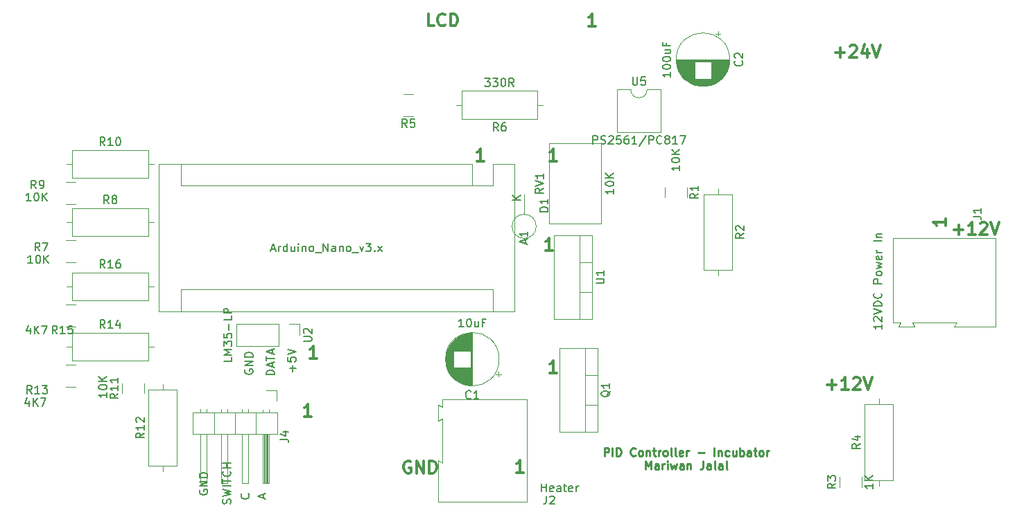
<source format=gbr>
%TF.GenerationSoftware,KiCad,Pcbnew,(6.0.5)*%
%TF.CreationDate,2022-05-15T12:42:04+02:00*%
%TF.ProjectId,pid_controller,7069645f-636f-46e7-9472-6f6c6c65722e,1.0*%
%TF.SameCoordinates,Original*%
%TF.FileFunction,Legend,Top*%
%TF.FilePolarity,Positive*%
%FSLAX46Y46*%
G04 Gerber Fmt 4.6, Leading zero omitted, Abs format (unit mm)*
G04 Created by KiCad (PCBNEW (6.0.5)) date 2022-05-15 12:42:04*
%MOMM*%
%LPD*%
G01*
G04 APERTURE LIST*
%ADD10C,0.300000*%
%ADD11C,0.150000*%
%ADD12C,0.250000*%
%ADD13C,0.120000*%
G04 APERTURE END LIST*
D10*
X179221142Y-60051142D02*
X180364000Y-60051142D01*
X179792571Y-60622571D02*
X179792571Y-59479714D01*
X181006857Y-59265428D02*
X181078285Y-59194000D01*
X181221142Y-59122571D01*
X181578285Y-59122571D01*
X181721142Y-59194000D01*
X181792571Y-59265428D01*
X181864000Y-59408285D01*
X181864000Y-59551142D01*
X181792571Y-59765428D01*
X180935428Y-60622571D01*
X181864000Y-60622571D01*
X183149714Y-59622571D02*
X183149714Y-60622571D01*
X182792571Y-59051142D02*
X182435428Y-60122571D01*
X183364000Y-60122571D01*
X183721142Y-59122571D02*
X184221142Y-60622571D01*
X184721142Y-59122571D01*
X115896971Y-97452571D02*
X115039828Y-97452571D01*
X115468400Y-97452571D02*
X115468400Y-95952571D01*
X115325542Y-96166857D01*
X115182685Y-96309714D01*
X115039828Y-96381142D01*
X127381141Y-110046500D02*
X127238284Y-109975071D01*
X127023999Y-109975071D01*
X126809713Y-110046500D01*
X126666856Y-110189357D01*
X126595427Y-110332214D01*
X126523999Y-110617928D01*
X126523999Y-110832214D01*
X126595427Y-111117928D01*
X126666856Y-111260785D01*
X126809713Y-111403642D01*
X127023999Y-111475071D01*
X127166856Y-111475071D01*
X127381141Y-111403642D01*
X127452570Y-111332214D01*
X127452570Y-110832214D01*
X127166856Y-110832214D01*
X128095427Y-111475071D02*
X128095427Y-109975071D01*
X128952570Y-111475071D01*
X128952570Y-109975071D01*
X129666856Y-111475071D02*
X129666856Y-109975071D01*
X130023999Y-109975071D01*
X130238284Y-110046500D01*
X130381141Y-110189357D01*
X130452570Y-110332214D01*
X130523999Y-110617928D01*
X130523999Y-110832214D01*
X130452570Y-111117928D01*
X130381141Y-111260785D01*
X130238284Y-111403642D01*
X130023999Y-111475071D01*
X129666856Y-111475071D01*
X192702571Y-80343428D02*
X192702571Y-81200571D01*
X192702571Y-80772000D02*
X191202571Y-80772000D01*
X191416857Y-80914857D01*
X191559714Y-81057714D01*
X191631142Y-81200571D01*
D11*
X105357561Y-115216000D02*
X105405180Y-115073142D01*
X105405180Y-114835047D01*
X105357561Y-114739809D01*
X105309942Y-114692190D01*
X105214704Y-114644571D01*
X105119466Y-114644571D01*
X105024228Y-114692190D01*
X104976609Y-114739809D01*
X104928990Y-114835047D01*
X104881371Y-115025523D01*
X104833752Y-115120761D01*
X104786133Y-115168380D01*
X104690895Y-115216000D01*
X104595657Y-115216000D01*
X104500419Y-115168380D01*
X104452800Y-115120761D01*
X104405180Y-115025523D01*
X104405180Y-114787428D01*
X104452800Y-114644571D01*
X104405180Y-114311238D02*
X105405180Y-114073142D01*
X104690895Y-113882666D01*
X105405180Y-113692190D01*
X104405180Y-113454095D01*
X105405180Y-113073142D02*
X104405180Y-113073142D01*
X104405180Y-112739809D02*
X104405180Y-112168380D01*
X105405180Y-112454095D02*
X104405180Y-112454095D01*
X105309942Y-111263619D02*
X105357561Y-111311238D01*
X105405180Y-111454095D01*
X105405180Y-111549333D01*
X105357561Y-111692190D01*
X105262323Y-111787428D01*
X105167085Y-111835047D01*
X104976609Y-111882666D01*
X104833752Y-111882666D01*
X104643276Y-111835047D01*
X104548038Y-111787428D01*
X104452800Y-111692190D01*
X104405180Y-111549333D01*
X104405180Y-111454095D01*
X104452800Y-111311238D01*
X104500419Y-111263619D01*
X105405180Y-110835047D02*
X104405180Y-110835047D01*
X104881371Y-110835047D02*
X104881371Y-110263619D01*
X105405180Y-110263619D02*
X104405180Y-110263619D01*
D12*
X151010647Y-109375380D02*
X151010647Y-108375380D01*
X151391600Y-108375380D01*
X151486838Y-108423000D01*
X151534457Y-108470619D01*
X151582076Y-108565857D01*
X151582076Y-108708714D01*
X151534457Y-108803952D01*
X151486838Y-108851571D01*
X151391600Y-108899190D01*
X151010647Y-108899190D01*
X152010647Y-109375380D02*
X152010647Y-108375380D01*
X152486838Y-109375380D02*
X152486838Y-108375380D01*
X152724933Y-108375380D01*
X152867790Y-108423000D01*
X152963028Y-108518238D01*
X153010647Y-108613476D01*
X153058266Y-108803952D01*
X153058266Y-108946809D01*
X153010647Y-109137285D01*
X152963028Y-109232523D01*
X152867790Y-109327761D01*
X152724933Y-109375380D01*
X152486838Y-109375380D01*
X154820171Y-109280142D02*
X154772552Y-109327761D01*
X154629695Y-109375380D01*
X154534457Y-109375380D01*
X154391600Y-109327761D01*
X154296361Y-109232523D01*
X154248742Y-109137285D01*
X154201123Y-108946809D01*
X154201123Y-108803952D01*
X154248742Y-108613476D01*
X154296361Y-108518238D01*
X154391600Y-108423000D01*
X154534457Y-108375380D01*
X154629695Y-108375380D01*
X154772552Y-108423000D01*
X154820171Y-108470619D01*
X155391600Y-109375380D02*
X155296361Y-109327761D01*
X155248742Y-109280142D01*
X155201123Y-109184904D01*
X155201123Y-108899190D01*
X155248742Y-108803952D01*
X155296361Y-108756333D01*
X155391600Y-108708714D01*
X155534457Y-108708714D01*
X155629695Y-108756333D01*
X155677314Y-108803952D01*
X155724933Y-108899190D01*
X155724933Y-109184904D01*
X155677314Y-109280142D01*
X155629695Y-109327761D01*
X155534457Y-109375380D01*
X155391600Y-109375380D01*
X156153504Y-108708714D02*
X156153504Y-109375380D01*
X156153504Y-108803952D02*
X156201123Y-108756333D01*
X156296361Y-108708714D01*
X156439219Y-108708714D01*
X156534457Y-108756333D01*
X156582076Y-108851571D01*
X156582076Y-109375380D01*
X156915409Y-108708714D02*
X157296361Y-108708714D01*
X157058266Y-108375380D02*
X157058266Y-109232523D01*
X157105885Y-109327761D01*
X157201123Y-109375380D01*
X157296361Y-109375380D01*
X157629695Y-109375380D02*
X157629695Y-108708714D01*
X157629695Y-108899190D02*
X157677314Y-108803952D01*
X157724933Y-108756333D01*
X157820171Y-108708714D01*
X157915409Y-108708714D01*
X158391600Y-109375380D02*
X158296361Y-109327761D01*
X158248742Y-109280142D01*
X158201123Y-109184904D01*
X158201123Y-108899190D01*
X158248742Y-108803952D01*
X158296361Y-108756333D01*
X158391600Y-108708714D01*
X158534457Y-108708714D01*
X158629695Y-108756333D01*
X158677314Y-108803952D01*
X158724933Y-108899190D01*
X158724933Y-109184904D01*
X158677314Y-109280142D01*
X158629695Y-109327761D01*
X158534457Y-109375380D01*
X158391600Y-109375380D01*
X159296361Y-109375380D02*
X159201123Y-109327761D01*
X159153504Y-109232523D01*
X159153504Y-108375380D01*
X159820171Y-109375380D02*
X159724933Y-109327761D01*
X159677314Y-109232523D01*
X159677314Y-108375380D01*
X160582076Y-109327761D02*
X160486838Y-109375380D01*
X160296361Y-109375380D01*
X160201123Y-109327761D01*
X160153504Y-109232523D01*
X160153504Y-108851571D01*
X160201123Y-108756333D01*
X160296361Y-108708714D01*
X160486838Y-108708714D01*
X160582076Y-108756333D01*
X160629695Y-108851571D01*
X160629695Y-108946809D01*
X160153504Y-109042047D01*
X161058266Y-109375380D02*
X161058266Y-108708714D01*
X161058266Y-108899190D02*
X161105885Y-108803952D01*
X161153504Y-108756333D01*
X161248742Y-108708714D01*
X161343980Y-108708714D01*
X162439219Y-108994428D02*
X163201123Y-108994428D01*
X164439219Y-109375380D02*
X164439219Y-108375380D01*
X164915409Y-108708714D02*
X164915409Y-109375380D01*
X164915409Y-108803952D02*
X164963028Y-108756333D01*
X165058266Y-108708714D01*
X165201123Y-108708714D01*
X165296361Y-108756333D01*
X165343980Y-108851571D01*
X165343980Y-109375380D01*
X166248742Y-109327761D02*
X166153504Y-109375380D01*
X165963028Y-109375380D01*
X165867790Y-109327761D01*
X165820171Y-109280142D01*
X165772552Y-109184904D01*
X165772552Y-108899190D01*
X165820171Y-108803952D01*
X165867790Y-108756333D01*
X165963028Y-108708714D01*
X166153504Y-108708714D01*
X166248742Y-108756333D01*
X167105885Y-108708714D02*
X167105885Y-109375380D01*
X166677314Y-108708714D02*
X166677314Y-109232523D01*
X166724933Y-109327761D01*
X166820171Y-109375380D01*
X166963028Y-109375380D01*
X167058266Y-109327761D01*
X167105885Y-109280142D01*
X167582076Y-109375380D02*
X167582076Y-108375380D01*
X167582076Y-108756333D02*
X167677314Y-108708714D01*
X167867790Y-108708714D01*
X167963028Y-108756333D01*
X168010647Y-108803952D01*
X168058266Y-108899190D01*
X168058266Y-109184904D01*
X168010647Y-109280142D01*
X167963028Y-109327761D01*
X167867790Y-109375380D01*
X167677314Y-109375380D01*
X167582076Y-109327761D01*
X168915409Y-109375380D02*
X168915409Y-108851571D01*
X168867790Y-108756333D01*
X168772552Y-108708714D01*
X168582076Y-108708714D01*
X168486838Y-108756333D01*
X168915409Y-109327761D02*
X168820171Y-109375380D01*
X168582076Y-109375380D01*
X168486838Y-109327761D01*
X168439219Y-109232523D01*
X168439219Y-109137285D01*
X168486838Y-109042047D01*
X168582076Y-108994428D01*
X168820171Y-108994428D01*
X168915409Y-108946809D01*
X169248742Y-108708714D02*
X169629695Y-108708714D01*
X169391600Y-108375380D02*
X169391600Y-109232523D01*
X169439219Y-109327761D01*
X169534457Y-109375380D01*
X169629695Y-109375380D01*
X170105885Y-109375380D02*
X170010647Y-109327761D01*
X169963028Y-109280142D01*
X169915409Y-109184904D01*
X169915409Y-108899190D01*
X169963028Y-108803952D01*
X170010647Y-108756333D01*
X170105885Y-108708714D01*
X170248742Y-108708714D01*
X170343980Y-108756333D01*
X170391600Y-108803952D01*
X170439219Y-108899190D01*
X170439219Y-109184904D01*
X170391600Y-109280142D01*
X170343980Y-109327761D01*
X170248742Y-109375380D01*
X170105885Y-109375380D01*
X170867790Y-109375380D02*
X170867790Y-108708714D01*
X170867790Y-108899190D02*
X170915409Y-108803952D01*
X170963028Y-108756333D01*
X171058266Y-108708714D01*
X171153504Y-108708714D01*
X156058266Y-110985380D02*
X156058266Y-109985380D01*
X156391600Y-110699666D01*
X156724933Y-109985380D01*
X156724933Y-110985380D01*
X157629695Y-110985380D02*
X157629695Y-110461571D01*
X157582076Y-110366333D01*
X157486838Y-110318714D01*
X157296361Y-110318714D01*
X157201123Y-110366333D01*
X157629695Y-110937761D02*
X157534457Y-110985380D01*
X157296361Y-110985380D01*
X157201123Y-110937761D01*
X157153504Y-110842523D01*
X157153504Y-110747285D01*
X157201123Y-110652047D01*
X157296361Y-110604428D01*
X157534457Y-110604428D01*
X157629695Y-110556809D01*
X158105885Y-110985380D02*
X158105885Y-110318714D01*
X158105885Y-110509190D02*
X158153504Y-110413952D01*
X158201123Y-110366333D01*
X158296361Y-110318714D01*
X158391600Y-110318714D01*
X158724933Y-110985380D02*
X158724933Y-110318714D01*
X158724933Y-109985380D02*
X158677314Y-110033000D01*
X158724933Y-110080619D01*
X158772552Y-110033000D01*
X158724933Y-109985380D01*
X158724933Y-110080619D01*
X159105885Y-110318714D02*
X159296361Y-110985380D01*
X159486838Y-110509190D01*
X159677314Y-110985380D01*
X159867790Y-110318714D01*
X160677314Y-110985380D02*
X160677314Y-110461571D01*
X160629695Y-110366333D01*
X160534457Y-110318714D01*
X160343980Y-110318714D01*
X160248742Y-110366333D01*
X160677314Y-110937761D02*
X160582076Y-110985380D01*
X160343980Y-110985380D01*
X160248742Y-110937761D01*
X160201123Y-110842523D01*
X160201123Y-110747285D01*
X160248742Y-110652047D01*
X160343980Y-110604428D01*
X160582076Y-110604428D01*
X160677314Y-110556809D01*
X161153504Y-110318714D02*
X161153504Y-110985380D01*
X161153504Y-110413952D02*
X161201123Y-110366333D01*
X161296361Y-110318714D01*
X161439219Y-110318714D01*
X161534457Y-110366333D01*
X161582076Y-110461571D01*
X161582076Y-110985380D01*
X163105885Y-109985380D02*
X163105885Y-110699666D01*
X163058266Y-110842523D01*
X162963028Y-110937761D01*
X162820171Y-110985380D01*
X162724933Y-110985380D01*
X164010647Y-110985380D02*
X164010647Y-110461571D01*
X163963028Y-110366333D01*
X163867790Y-110318714D01*
X163677314Y-110318714D01*
X163582076Y-110366333D01*
X164010647Y-110937761D02*
X163915409Y-110985380D01*
X163677314Y-110985380D01*
X163582076Y-110937761D01*
X163534457Y-110842523D01*
X163534457Y-110747285D01*
X163582076Y-110652047D01*
X163677314Y-110604428D01*
X163915409Y-110604428D01*
X164010647Y-110556809D01*
X164629695Y-110985380D02*
X164534457Y-110937761D01*
X164486838Y-110842523D01*
X164486838Y-109985380D01*
X165439219Y-110985380D02*
X165439219Y-110461571D01*
X165391600Y-110366333D01*
X165296361Y-110318714D01*
X165105885Y-110318714D01*
X165010647Y-110366333D01*
X165439219Y-110937761D02*
X165343980Y-110985380D01*
X165105885Y-110985380D01*
X165010647Y-110937761D01*
X164963028Y-110842523D01*
X164963028Y-110747285D01*
X165010647Y-110652047D01*
X165105885Y-110604428D01*
X165343980Y-110604428D01*
X165439219Y-110556809D01*
X166058266Y-110985380D02*
X165963028Y-110937761D01*
X165915409Y-110842523D01*
X165915409Y-109985380D01*
D10*
X145208571Y-73322571D02*
X144351428Y-73322571D01*
X144780000Y-73322571D02*
X144780000Y-71822571D01*
X144637142Y-72036857D01*
X144494285Y-72179714D01*
X144351428Y-72251142D01*
D11*
X112949028Y-99024914D02*
X112949028Y-98263009D01*
X113329980Y-98643961D02*
X112568076Y-98643961D01*
X112329980Y-97310628D02*
X112329980Y-97786819D01*
X112806171Y-97834438D01*
X112758552Y-97786819D01*
X112710933Y-97691580D01*
X112710933Y-97453485D01*
X112758552Y-97358247D01*
X112806171Y-97310628D01*
X112901409Y-97263009D01*
X113139504Y-97263009D01*
X113234742Y-97310628D01*
X113282361Y-97358247D01*
X113329980Y-97453485D01*
X113329980Y-97691580D01*
X113282361Y-97786819D01*
X113234742Y-97834438D01*
X112329980Y-96977295D02*
X113329980Y-96643961D01*
X112329980Y-96310628D01*
X101608000Y-113537904D02*
X101560380Y-113633142D01*
X101560380Y-113776000D01*
X101608000Y-113918857D01*
X101703238Y-114014095D01*
X101798476Y-114061714D01*
X101988952Y-114109333D01*
X102131809Y-114109333D01*
X102322285Y-114061714D01*
X102417523Y-114014095D01*
X102512761Y-113918857D01*
X102560380Y-113776000D01*
X102560380Y-113680761D01*
X102512761Y-113537904D01*
X102465142Y-113490285D01*
X102131809Y-113490285D01*
X102131809Y-113680761D01*
X102560380Y-113061714D02*
X101560380Y-113061714D01*
X102560380Y-112490285D01*
X101560380Y-112490285D01*
X102560380Y-112014095D02*
X101560380Y-112014095D01*
X101560380Y-111776000D01*
X101608000Y-111633142D01*
X101703238Y-111537904D01*
X101798476Y-111490285D01*
X101988952Y-111442666D01*
X102131809Y-111442666D01*
X102322285Y-111490285D01*
X102417523Y-111537904D01*
X102512761Y-111633142D01*
X102560380Y-111776000D01*
X102560380Y-112014095D01*
X107145200Y-98805904D02*
X107097580Y-98901142D01*
X107097580Y-99044000D01*
X107145200Y-99186857D01*
X107240438Y-99282095D01*
X107335676Y-99329714D01*
X107526152Y-99377333D01*
X107669009Y-99377333D01*
X107859485Y-99329714D01*
X107954723Y-99282095D01*
X108049961Y-99186857D01*
X108097580Y-99044000D01*
X108097580Y-98948761D01*
X108049961Y-98805904D01*
X108002342Y-98758285D01*
X107669009Y-98758285D01*
X107669009Y-98948761D01*
X108097580Y-98329714D02*
X107097580Y-98329714D01*
X108097580Y-97758285D01*
X107097580Y-97758285D01*
X108097580Y-97282095D02*
X107097580Y-97282095D01*
X107097580Y-97044000D01*
X107145200Y-96901142D01*
X107240438Y-96805904D01*
X107335676Y-96758285D01*
X107526152Y-96710666D01*
X107669009Y-96710666D01*
X107859485Y-96758285D01*
X107954723Y-96805904D01*
X108049961Y-96901142D01*
X108097580Y-97044000D01*
X108097580Y-97282095D01*
D10*
X141144571Y-111422571D02*
X140287428Y-111422571D01*
X140716000Y-111422571D02*
X140716000Y-109922571D01*
X140573142Y-110136857D01*
X140430285Y-110279714D01*
X140287428Y-110351142D01*
D11*
X109386666Y-114538095D02*
X109386666Y-114061904D01*
X109672380Y-114633333D02*
X108672380Y-114300000D01*
X109672380Y-113966666D01*
D10*
X145208571Y-99230571D02*
X144351428Y-99230571D01*
X144780000Y-99230571D02*
X144780000Y-97730571D01*
X144637142Y-97944857D01*
X144494285Y-98087714D01*
X144351428Y-98159142D01*
X178205142Y-100691142D02*
X179348000Y-100691142D01*
X178776571Y-101262571D02*
X178776571Y-100119714D01*
X180848000Y-101262571D02*
X179990857Y-101262571D01*
X180419428Y-101262571D02*
X180419428Y-99762571D01*
X180276571Y-99976857D01*
X180133714Y-100119714D01*
X179990857Y-100191142D01*
X181419428Y-99905428D02*
X181490857Y-99834000D01*
X181633714Y-99762571D01*
X181990857Y-99762571D01*
X182133714Y-99834000D01*
X182205142Y-99905428D01*
X182276571Y-100048285D01*
X182276571Y-100191142D01*
X182205142Y-100405428D01*
X181348000Y-101262571D01*
X182276571Y-101262571D01*
X182705142Y-99762571D02*
X183205142Y-101262571D01*
X183705142Y-99762571D01*
X193699142Y-81693642D02*
X194842000Y-81693642D01*
X194270571Y-82265071D02*
X194270571Y-81122214D01*
X196342000Y-82265071D02*
X195484857Y-82265071D01*
X195913428Y-82265071D02*
X195913428Y-80765071D01*
X195770571Y-80979357D01*
X195627714Y-81122214D01*
X195484857Y-81193642D01*
X196913428Y-80907928D02*
X196984857Y-80836500D01*
X197127714Y-80765071D01*
X197484857Y-80765071D01*
X197627714Y-80836500D01*
X197699142Y-80907928D01*
X197770571Y-81050785D01*
X197770571Y-81193642D01*
X197699142Y-81407928D01*
X196842000Y-82265071D01*
X197770571Y-82265071D01*
X198199142Y-80765071D02*
X198699142Y-82265071D01*
X199199142Y-80765071D01*
X115236571Y-104564571D02*
X114379428Y-104564571D01*
X114808000Y-104564571D02*
X114808000Y-103064571D01*
X114665142Y-103278857D01*
X114522285Y-103421714D01*
X114379428Y-103493142D01*
X136318571Y-73322571D02*
X135461428Y-73322571D01*
X135890000Y-73322571D02*
X135890000Y-71822571D01*
X135747142Y-72036857D01*
X135604285Y-72179714D01*
X135461428Y-72251142D01*
D11*
X110739180Y-99442400D02*
X109739180Y-99442400D01*
X109739180Y-99204304D01*
X109786800Y-99061447D01*
X109882038Y-98966209D01*
X109977276Y-98918590D01*
X110167752Y-98870971D01*
X110310609Y-98870971D01*
X110501085Y-98918590D01*
X110596323Y-98966209D01*
X110691561Y-99061447D01*
X110739180Y-99204304D01*
X110739180Y-99442400D01*
X110453466Y-98490019D02*
X110453466Y-98013828D01*
X110739180Y-98585257D02*
X109739180Y-98251923D01*
X110739180Y-97918590D01*
X109739180Y-97728114D02*
X109739180Y-97156685D01*
X110739180Y-97442400D02*
X109739180Y-97442400D01*
X110453466Y-96870971D02*
X110453466Y-96394780D01*
X110739180Y-96966209D02*
X109739180Y-96632876D01*
X110739180Y-96299542D01*
D10*
X149932970Y-56814271D02*
X149075827Y-56814271D01*
X149504399Y-56814271D02*
X149504399Y-55314271D01*
X149361541Y-55528557D01*
X149218684Y-55671414D01*
X149075827Y-55742842D01*
X144700571Y-84244571D02*
X143843428Y-84244571D01*
X144272000Y-84244571D02*
X144272000Y-82744571D01*
X144129142Y-82958857D01*
X143986285Y-83101714D01*
X143843428Y-83173142D01*
D11*
X107545142Y-113990476D02*
X107592761Y-114038095D01*
X107640380Y-114180952D01*
X107640380Y-114276190D01*
X107592761Y-114419047D01*
X107497523Y-114514285D01*
X107402285Y-114561904D01*
X107211809Y-114609523D01*
X107068952Y-114609523D01*
X106878476Y-114561904D01*
X106783238Y-114514285D01*
X106688000Y-114419047D01*
X106640380Y-114276190D01*
X106640380Y-114180952D01*
X106688000Y-114038095D01*
X106735619Y-113990476D01*
D10*
X130231485Y-56761771D02*
X129517200Y-56761771D01*
X129517200Y-55261771D01*
X131588628Y-56618914D02*
X131517200Y-56690342D01*
X131302914Y-56761771D01*
X131160057Y-56761771D01*
X130945771Y-56690342D01*
X130802914Y-56547485D01*
X130731485Y-56404628D01*
X130660057Y-56118914D01*
X130660057Y-55904628D01*
X130731485Y-55618914D01*
X130802914Y-55476057D01*
X130945771Y-55333200D01*
X131160057Y-55261771D01*
X131302914Y-55261771D01*
X131517200Y-55333200D01*
X131588628Y-55404628D01*
X132231485Y-56761771D02*
X132231485Y-55261771D01*
X132588628Y-55261771D01*
X132802914Y-55333200D01*
X132945771Y-55476057D01*
X133017200Y-55618914D01*
X133088628Y-55904628D01*
X133088628Y-56118914D01*
X133017200Y-56404628D01*
X132945771Y-56547485D01*
X132802914Y-56690342D01*
X132588628Y-56761771D01*
X132231485Y-56761771D01*
D11*
%TO.C,J4*%
X111450380Y-107334333D02*
X112164666Y-107334333D01*
X112307523Y-107381952D01*
X112402761Y-107477190D01*
X112450380Y-107620047D01*
X112450380Y-107715285D01*
X111783714Y-106429571D02*
X112450380Y-106429571D01*
X111402761Y-106667666D02*
X112117047Y-106905761D01*
X112117047Y-106286714D01*
%TO.C,RV1*%
X143569398Y-76640229D02*
X143093208Y-76973562D01*
X143569398Y-77211657D02*
X142569398Y-77211657D01*
X142569398Y-76830705D01*
X142617018Y-76735467D01*
X142664637Y-76687848D01*
X142759875Y-76640229D01*
X142902732Y-76640229D01*
X142997970Y-76687848D01*
X143045589Y-76735467D01*
X143093208Y-76830705D01*
X143093208Y-77211657D01*
X142569398Y-76354514D02*
X143569398Y-76021181D01*
X142569398Y-75687848D01*
X143569398Y-74830705D02*
X143569398Y-75402133D01*
X143569398Y-75116419D02*
X142569398Y-75116419D01*
X142712256Y-75211657D01*
X142807494Y-75306895D01*
X142855113Y-75402133D01*
X152169398Y-76735467D02*
X152169398Y-77306895D01*
X152169398Y-77021181D02*
X151169398Y-77021181D01*
X151312256Y-77116419D01*
X151407494Y-77211657D01*
X151455113Y-77306895D01*
X151169398Y-76116419D02*
X151169398Y-76021181D01*
X151217018Y-75925943D01*
X151264637Y-75878324D01*
X151359875Y-75830705D01*
X151550351Y-75783086D01*
X151788446Y-75783086D01*
X151978922Y-75830705D01*
X152074160Y-75878324D01*
X152121779Y-75925943D01*
X152169398Y-76021181D01*
X152169398Y-76116419D01*
X152121779Y-76211657D01*
X152074160Y-76259276D01*
X151978922Y-76306895D01*
X151788446Y-76354514D01*
X151550351Y-76354514D01*
X151359875Y-76306895D01*
X151264637Y-76259276D01*
X151217018Y-76211657D01*
X151169398Y-76116419D01*
X152169398Y-75354514D02*
X151169398Y-75354514D01*
X152169398Y-74783086D02*
X151597970Y-75211657D01*
X151169398Y-74783086D02*
X151740827Y-75354514D01*
%TO.C,C1*%
X134727333Y-102293142D02*
X134679714Y-102340761D01*
X134536857Y-102388380D01*
X134441619Y-102388380D01*
X134298761Y-102340761D01*
X134203523Y-102245523D01*
X134155904Y-102150285D01*
X134108285Y-101959809D01*
X134108285Y-101816952D01*
X134155904Y-101626476D01*
X134203523Y-101531238D01*
X134298761Y-101436000D01*
X134441619Y-101388380D01*
X134536857Y-101388380D01*
X134679714Y-101436000D01*
X134727333Y-101483619D01*
X135679714Y-102388380D02*
X135108285Y-102388380D01*
X135394000Y-102388380D02*
X135394000Y-101388380D01*
X135298761Y-101531238D01*
X135203523Y-101626476D01*
X135108285Y-101674095D01*
X133822571Y-93588380D02*
X133251142Y-93588380D01*
X133536857Y-93588380D02*
X133536857Y-92588380D01*
X133441619Y-92731238D01*
X133346380Y-92826476D01*
X133251142Y-92874095D01*
X134441619Y-92588380D02*
X134536857Y-92588380D01*
X134632095Y-92636000D01*
X134679714Y-92683619D01*
X134727333Y-92778857D01*
X134774952Y-92969333D01*
X134774952Y-93207428D01*
X134727333Y-93397904D01*
X134679714Y-93493142D01*
X134632095Y-93540761D01*
X134536857Y-93588380D01*
X134441619Y-93588380D01*
X134346380Y-93540761D01*
X134298761Y-93493142D01*
X134251142Y-93397904D01*
X134203523Y-93207428D01*
X134203523Y-92969333D01*
X134251142Y-92778857D01*
X134298761Y-92683619D01*
X134346380Y-92636000D01*
X134441619Y-92588380D01*
X135632095Y-92921714D02*
X135632095Y-93588380D01*
X135203523Y-92921714D02*
X135203523Y-93445523D01*
X135251142Y-93540761D01*
X135346380Y-93588380D01*
X135489238Y-93588380D01*
X135584476Y-93540761D01*
X135632095Y-93493142D01*
X136441619Y-93064571D02*
X136108285Y-93064571D01*
X136108285Y-93588380D02*
X136108285Y-92588380D01*
X136584476Y-92588380D01*
%TO.C,J1*%
X196048380Y-80089333D02*
X196762666Y-80089333D01*
X196905523Y-80136952D01*
X197000761Y-80232190D01*
X197048380Y-80375047D01*
X197048380Y-80470285D01*
X197048380Y-79089333D02*
X197048380Y-79660761D01*
X197048380Y-79375047D02*
X196048380Y-79375047D01*
X196191238Y-79470285D01*
X196286476Y-79565523D01*
X196334095Y-79660761D01*
X184907180Y-93271314D02*
X184907180Y-93842742D01*
X184907180Y-93557028D02*
X183907180Y-93557028D01*
X184050038Y-93652266D01*
X184145276Y-93747504D01*
X184192895Y-93842742D01*
X184002419Y-92890361D02*
X183954800Y-92842742D01*
X183907180Y-92747504D01*
X183907180Y-92509409D01*
X183954800Y-92414171D01*
X184002419Y-92366552D01*
X184097657Y-92318933D01*
X184192895Y-92318933D01*
X184335752Y-92366552D01*
X184907180Y-92937980D01*
X184907180Y-92318933D01*
X183907180Y-92033219D02*
X184907180Y-91699885D01*
X183907180Y-91366552D01*
X184907180Y-91033219D02*
X183907180Y-91033219D01*
X183907180Y-90795123D01*
X183954800Y-90652266D01*
X184050038Y-90557028D01*
X184145276Y-90509409D01*
X184335752Y-90461790D01*
X184478609Y-90461790D01*
X184669085Y-90509409D01*
X184764323Y-90557028D01*
X184859561Y-90652266D01*
X184907180Y-90795123D01*
X184907180Y-91033219D01*
X184811942Y-89461790D02*
X184859561Y-89509409D01*
X184907180Y-89652266D01*
X184907180Y-89747504D01*
X184859561Y-89890361D01*
X184764323Y-89985600D01*
X184669085Y-90033219D01*
X184478609Y-90080838D01*
X184335752Y-90080838D01*
X184145276Y-90033219D01*
X184050038Y-89985600D01*
X183954800Y-89890361D01*
X183907180Y-89747504D01*
X183907180Y-89652266D01*
X183954800Y-89509409D01*
X184002419Y-89461790D01*
X184907180Y-88271314D02*
X183907180Y-88271314D01*
X183907180Y-87890361D01*
X183954800Y-87795123D01*
X184002419Y-87747504D01*
X184097657Y-87699885D01*
X184240514Y-87699885D01*
X184335752Y-87747504D01*
X184383371Y-87795123D01*
X184430990Y-87890361D01*
X184430990Y-88271314D01*
X184907180Y-87128457D02*
X184859561Y-87223695D01*
X184811942Y-87271314D01*
X184716704Y-87318933D01*
X184430990Y-87318933D01*
X184335752Y-87271314D01*
X184288133Y-87223695D01*
X184240514Y-87128457D01*
X184240514Y-86985600D01*
X184288133Y-86890361D01*
X184335752Y-86842742D01*
X184430990Y-86795123D01*
X184716704Y-86795123D01*
X184811942Y-86842742D01*
X184859561Y-86890361D01*
X184907180Y-86985600D01*
X184907180Y-87128457D01*
X184240514Y-86461790D02*
X184907180Y-86271314D01*
X184430990Y-86080838D01*
X184907180Y-85890361D01*
X184240514Y-85699885D01*
X184859561Y-84937980D02*
X184907180Y-85033219D01*
X184907180Y-85223695D01*
X184859561Y-85318933D01*
X184764323Y-85366552D01*
X184383371Y-85366552D01*
X184288133Y-85318933D01*
X184240514Y-85223695D01*
X184240514Y-85033219D01*
X184288133Y-84937980D01*
X184383371Y-84890361D01*
X184478609Y-84890361D01*
X184573847Y-85366552D01*
X184907180Y-84461790D02*
X184240514Y-84461790D01*
X184430990Y-84461790D02*
X184335752Y-84414171D01*
X184288133Y-84366552D01*
X184240514Y-84271314D01*
X184240514Y-84176076D01*
X184907180Y-83080838D02*
X183907180Y-83080838D01*
X184240514Y-82604647D02*
X184907180Y-82604647D01*
X184335752Y-82604647D02*
X184288133Y-82557028D01*
X184240514Y-82461790D01*
X184240514Y-82318933D01*
X184288133Y-82223695D01*
X184383371Y-82176076D01*
X184907180Y-82176076D01*
%TO.C,R5*%
X126934933Y-69178780D02*
X126601600Y-68702590D01*
X126363504Y-69178780D02*
X126363504Y-68178780D01*
X126744457Y-68178780D01*
X126839695Y-68226400D01*
X126887314Y-68274019D01*
X126934933Y-68369257D01*
X126934933Y-68512114D01*
X126887314Y-68607352D01*
X126839695Y-68654971D01*
X126744457Y-68702590D01*
X126363504Y-68702590D01*
X127839695Y-68178780D02*
X127363504Y-68178780D01*
X127315885Y-68654971D01*
X127363504Y-68607352D01*
X127458742Y-68559733D01*
X127696838Y-68559733D01*
X127792076Y-68607352D01*
X127839695Y-68654971D01*
X127887314Y-68750209D01*
X127887314Y-68988304D01*
X127839695Y-69083542D01*
X127792076Y-69131161D01*
X127696838Y-69178780D01*
X127458742Y-69178780D01*
X127363504Y-69131161D01*
X127315885Y-69083542D01*
%TO.C,U1*%
X149999398Y-88264904D02*
X150808922Y-88264904D01*
X150904160Y-88217285D01*
X150951779Y-88169666D01*
X150999398Y-88074428D01*
X150999398Y-87883952D01*
X150951779Y-87788714D01*
X150904160Y-87741095D01*
X150808922Y-87693476D01*
X149999398Y-87693476D01*
X150999398Y-86693476D02*
X150999398Y-87264904D01*
X150999398Y-86979190D02*
X149999398Y-86979190D01*
X150142256Y-87074428D01*
X150237494Y-87169666D01*
X150285113Y-87264904D01*
%TO.C,R3*%
X179274380Y-112739466D02*
X178798190Y-113072800D01*
X179274380Y-113310895D02*
X178274380Y-113310895D01*
X178274380Y-112929942D01*
X178322000Y-112834704D01*
X178369619Y-112787085D01*
X178464857Y-112739466D01*
X178607714Y-112739466D01*
X178702952Y-112787085D01*
X178750571Y-112834704D01*
X178798190Y-112929942D01*
X178798190Y-113310895D01*
X178274380Y-112406133D02*
X178274380Y-111787085D01*
X178655333Y-112120419D01*
X178655333Y-111977561D01*
X178702952Y-111882323D01*
X178750571Y-111834704D01*
X178845809Y-111787085D01*
X179083904Y-111787085D01*
X179179142Y-111834704D01*
X179226761Y-111882323D01*
X179274380Y-111977561D01*
X179274380Y-112263276D01*
X179226761Y-112358514D01*
X179179142Y-112406133D01*
X183834380Y-112787085D02*
X183834380Y-113358514D01*
X183834380Y-113072800D02*
X182834380Y-113072800D01*
X182977238Y-113168038D01*
X183072476Y-113263276D01*
X183120095Y-113358514D01*
X183834380Y-112358514D02*
X182834380Y-112358514D01*
X183834380Y-111787085D02*
X183262952Y-112215657D01*
X182834380Y-111787085D02*
X183405809Y-112358514D01*
%TO.C,R14*%
X90035142Y-93744380D02*
X89701809Y-93268190D01*
X89463714Y-93744380D02*
X89463714Y-92744380D01*
X89844666Y-92744380D01*
X89939904Y-92792000D01*
X89987523Y-92839619D01*
X90035142Y-92934857D01*
X90035142Y-93077714D01*
X89987523Y-93172952D01*
X89939904Y-93220571D01*
X89844666Y-93268190D01*
X89463714Y-93268190D01*
X90987523Y-93744380D02*
X90416095Y-93744380D01*
X90701809Y-93744380D02*
X90701809Y-92744380D01*
X90606571Y-92887238D01*
X90511333Y-92982476D01*
X90416095Y-93030095D01*
X91844666Y-93077714D02*
X91844666Y-93744380D01*
X91606571Y-92696761D02*
X91368476Y-93411047D01*
X91987523Y-93411047D01*
%TO.C,R2*%
X168069180Y-82157866D02*
X167592990Y-82491200D01*
X168069180Y-82729295D02*
X167069180Y-82729295D01*
X167069180Y-82348342D01*
X167116800Y-82253104D01*
X167164419Y-82205485D01*
X167259657Y-82157866D01*
X167402514Y-82157866D01*
X167497752Y-82205485D01*
X167545371Y-82253104D01*
X167592990Y-82348342D01*
X167592990Y-82729295D01*
X167164419Y-81776914D02*
X167116800Y-81729295D01*
X167069180Y-81634057D01*
X167069180Y-81395961D01*
X167116800Y-81300723D01*
X167164419Y-81253104D01*
X167259657Y-81205485D01*
X167354895Y-81205485D01*
X167497752Y-81253104D01*
X168069180Y-81824533D01*
X168069180Y-81205485D01*
%TO.C,R1*%
X162498380Y-77281066D02*
X162022190Y-77614400D01*
X162498380Y-77852495D02*
X161498380Y-77852495D01*
X161498380Y-77471542D01*
X161546000Y-77376304D01*
X161593619Y-77328685D01*
X161688857Y-77281066D01*
X161831714Y-77281066D01*
X161926952Y-77328685D01*
X161974571Y-77376304D01*
X162022190Y-77471542D01*
X162022190Y-77852495D01*
X162498380Y-76328685D02*
X162498380Y-76900114D01*
X162498380Y-76614400D02*
X161498380Y-76614400D01*
X161641238Y-76709638D01*
X161736476Y-76804876D01*
X161784095Y-76900114D01*
X160218380Y-73842476D02*
X160218380Y-74413904D01*
X160218380Y-74128190D02*
X159218380Y-74128190D01*
X159361238Y-74223428D01*
X159456476Y-74318666D01*
X159504095Y-74413904D01*
X159218380Y-73223428D02*
X159218380Y-73128190D01*
X159266000Y-73032952D01*
X159313619Y-72985333D01*
X159408857Y-72937714D01*
X159599333Y-72890095D01*
X159837428Y-72890095D01*
X160027904Y-72937714D01*
X160123142Y-72985333D01*
X160170761Y-73032952D01*
X160218380Y-73128190D01*
X160218380Y-73223428D01*
X160170761Y-73318666D01*
X160123142Y-73366285D01*
X160027904Y-73413904D01*
X159837428Y-73461523D01*
X159599333Y-73461523D01*
X159408857Y-73413904D01*
X159313619Y-73366285D01*
X159266000Y-73318666D01*
X159218380Y-73223428D01*
X160218380Y-72461523D02*
X159218380Y-72461523D01*
X160218380Y-71890095D02*
X159646952Y-72318666D01*
X159218380Y-71890095D02*
X159789809Y-72461523D01*
%TO.C,R11*%
X91644380Y-101734857D02*
X91168190Y-102068190D01*
X91644380Y-102306285D02*
X90644380Y-102306285D01*
X90644380Y-101925333D01*
X90692000Y-101830095D01*
X90739619Y-101782476D01*
X90834857Y-101734857D01*
X90977714Y-101734857D01*
X91072952Y-101782476D01*
X91120571Y-101830095D01*
X91168190Y-101925333D01*
X91168190Y-102306285D01*
X91644380Y-100782476D02*
X91644380Y-101353904D01*
X91644380Y-101068190D02*
X90644380Y-101068190D01*
X90787238Y-101163428D01*
X90882476Y-101258666D01*
X90930095Y-101353904D01*
X91644380Y-99830095D02*
X91644380Y-100401523D01*
X91644380Y-100115809D02*
X90644380Y-100115809D01*
X90787238Y-100211047D01*
X90882476Y-100306285D01*
X90930095Y-100401523D01*
X90266780Y-101615776D02*
X90266780Y-102187204D01*
X90266780Y-101901490D02*
X89266780Y-101901490D01*
X89409638Y-101996728D01*
X89504876Y-102091966D01*
X89552495Y-102187204D01*
X89266780Y-100996728D02*
X89266780Y-100901490D01*
X89314400Y-100806252D01*
X89362019Y-100758633D01*
X89457257Y-100711014D01*
X89647733Y-100663395D01*
X89885828Y-100663395D01*
X90076304Y-100711014D01*
X90171542Y-100758633D01*
X90219161Y-100806252D01*
X90266780Y-100901490D01*
X90266780Y-100996728D01*
X90219161Y-101091966D01*
X90171542Y-101139585D01*
X90076304Y-101187204D01*
X89885828Y-101234823D01*
X89647733Y-101234823D01*
X89457257Y-101187204D01*
X89362019Y-101139585D01*
X89314400Y-101091966D01*
X89266780Y-100996728D01*
X90266780Y-100234823D02*
X89266780Y-100234823D01*
X90266780Y-99663395D02*
X89695352Y-100091966D01*
X89266780Y-99663395D02*
X89838209Y-100234823D01*
%TO.C,D1*%
X144146380Y-79478095D02*
X143146380Y-79478095D01*
X143146380Y-79240000D01*
X143194000Y-79097142D01*
X143289238Y-79001904D01*
X143384476Y-78954285D01*
X143574952Y-78906666D01*
X143717809Y-78906666D01*
X143908285Y-78954285D01*
X144003523Y-79001904D01*
X144098761Y-79097142D01*
X144146380Y-79240000D01*
X144146380Y-79478095D01*
X144146380Y-77954285D02*
X144146380Y-78525714D01*
X144146380Y-78240000D02*
X143146380Y-78240000D01*
X143289238Y-78335238D01*
X143384476Y-78430476D01*
X143432095Y-78525714D01*
X140776380Y-78061904D02*
X139776380Y-78061904D01*
X140776380Y-77490476D02*
X140204952Y-77919047D01*
X139776380Y-77490476D02*
X140347809Y-78061904D01*
%TO.C,C2*%
X167825142Y-61055866D02*
X167872761Y-61103485D01*
X167920380Y-61246342D01*
X167920380Y-61341580D01*
X167872761Y-61484438D01*
X167777523Y-61579676D01*
X167682285Y-61627295D01*
X167491809Y-61674914D01*
X167348952Y-61674914D01*
X167158476Y-61627295D01*
X167063238Y-61579676D01*
X166968000Y-61484438D01*
X166920380Y-61341580D01*
X166920380Y-61246342D01*
X166968000Y-61103485D01*
X167015619Y-61055866D01*
X167015619Y-60674914D02*
X166968000Y-60627295D01*
X166920380Y-60532057D01*
X166920380Y-60293961D01*
X166968000Y-60198723D01*
X167015619Y-60151104D01*
X167110857Y-60103485D01*
X167206095Y-60103485D01*
X167348952Y-60151104D01*
X167920380Y-60722533D01*
X167920380Y-60103485D01*
X159120380Y-62436819D02*
X159120380Y-63008247D01*
X159120380Y-62722533D02*
X158120380Y-62722533D01*
X158263238Y-62817771D01*
X158358476Y-62913009D01*
X158406095Y-63008247D01*
X158120380Y-61817771D02*
X158120380Y-61722533D01*
X158168000Y-61627295D01*
X158215619Y-61579676D01*
X158310857Y-61532057D01*
X158501333Y-61484438D01*
X158739428Y-61484438D01*
X158929904Y-61532057D01*
X159025142Y-61579676D01*
X159072761Y-61627295D01*
X159120380Y-61722533D01*
X159120380Y-61817771D01*
X159072761Y-61913009D01*
X159025142Y-61960628D01*
X158929904Y-62008247D01*
X158739428Y-62055866D01*
X158501333Y-62055866D01*
X158310857Y-62008247D01*
X158215619Y-61960628D01*
X158168000Y-61913009D01*
X158120380Y-61817771D01*
X158120380Y-60865390D02*
X158120380Y-60770152D01*
X158168000Y-60674914D01*
X158215619Y-60627295D01*
X158310857Y-60579676D01*
X158501333Y-60532057D01*
X158739428Y-60532057D01*
X158929904Y-60579676D01*
X159025142Y-60627295D01*
X159072761Y-60674914D01*
X159120380Y-60770152D01*
X159120380Y-60865390D01*
X159072761Y-60960628D01*
X159025142Y-61008247D01*
X158929904Y-61055866D01*
X158739428Y-61103485D01*
X158501333Y-61103485D01*
X158310857Y-61055866D01*
X158215619Y-61008247D01*
X158168000Y-60960628D01*
X158120380Y-60865390D01*
X158453714Y-59674914D02*
X159120380Y-59674914D01*
X158453714Y-60103485D02*
X158977523Y-60103485D01*
X159072761Y-60055866D01*
X159120380Y-59960628D01*
X159120380Y-59817771D01*
X159072761Y-59722533D01*
X159025142Y-59674914D01*
X158596571Y-58865390D02*
X158596571Y-59198723D01*
X159120380Y-59198723D02*
X158120380Y-59198723D01*
X158120380Y-58722533D01*
%TO.C,R15*%
X84193142Y-94432380D02*
X83859809Y-93956190D01*
X83621714Y-94432380D02*
X83621714Y-93432380D01*
X84002666Y-93432380D01*
X84097904Y-93480000D01*
X84145523Y-93527619D01*
X84193142Y-93622857D01*
X84193142Y-93765714D01*
X84145523Y-93860952D01*
X84097904Y-93908571D01*
X84002666Y-93956190D01*
X83621714Y-93956190D01*
X85145523Y-94432380D02*
X84574095Y-94432380D01*
X84859809Y-94432380D02*
X84859809Y-93432380D01*
X84764571Y-93575238D01*
X84669333Y-93670476D01*
X84574095Y-93718095D01*
X86050285Y-93432380D02*
X85574095Y-93432380D01*
X85526476Y-93908571D01*
X85574095Y-93860952D01*
X85669333Y-93813333D01*
X85907428Y-93813333D01*
X86002666Y-93860952D01*
X86050285Y-93908571D01*
X86097904Y-94003809D01*
X86097904Y-94241904D01*
X86050285Y-94337142D01*
X86002666Y-94384761D01*
X85907428Y-94432380D01*
X85669333Y-94432380D01*
X85574095Y-94384761D01*
X85526476Y-94337142D01*
X80900685Y-93765714D02*
X80900685Y-94432380D01*
X80662590Y-93384761D02*
X80424495Y-94099047D01*
X81043542Y-94099047D01*
X81424495Y-94432380D02*
X81424495Y-93432380D01*
X81995923Y-94432380D02*
X81567352Y-93860952D01*
X81995923Y-93432380D02*
X81424495Y-94003809D01*
X82329257Y-93432380D02*
X82995923Y-93432380D01*
X82567352Y-94432380D01*
%TO.C,A1*%
X141363684Y-83363276D02*
X141363684Y-82887086D01*
X141649398Y-83458514D02*
X140649398Y-83125181D01*
X141649398Y-82791848D01*
X141649398Y-81934705D02*
X141649398Y-82506133D01*
X141649398Y-82220419D02*
X140649398Y-82220419D01*
X140792256Y-82315657D01*
X140887494Y-82410895D01*
X140935113Y-82506133D01*
X110328922Y-84085657D02*
X110805113Y-84085657D01*
X110233684Y-84371371D02*
X110567018Y-83371371D01*
X110900351Y-84371371D01*
X111233684Y-84371371D02*
X111233684Y-83704705D01*
X111233684Y-83895181D02*
X111281303Y-83799943D01*
X111328922Y-83752324D01*
X111424160Y-83704705D01*
X111519398Y-83704705D01*
X112281303Y-84371371D02*
X112281303Y-83371371D01*
X112281303Y-84323752D02*
X112186065Y-84371371D01*
X111995589Y-84371371D01*
X111900351Y-84323752D01*
X111852732Y-84276133D01*
X111805113Y-84180895D01*
X111805113Y-83895181D01*
X111852732Y-83799943D01*
X111900351Y-83752324D01*
X111995589Y-83704705D01*
X112186065Y-83704705D01*
X112281303Y-83752324D01*
X113186065Y-83704705D02*
X113186065Y-84371371D01*
X112757494Y-83704705D02*
X112757494Y-84228514D01*
X112805113Y-84323752D01*
X112900351Y-84371371D01*
X113043208Y-84371371D01*
X113138446Y-84323752D01*
X113186065Y-84276133D01*
X113662256Y-84371371D02*
X113662256Y-83704705D01*
X113662256Y-83371371D02*
X113614637Y-83418991D01*
X113662256Y-83466610D01*
X113709875Y-83418991D01*
X113662256Y-83371371D01*
X113662256Y-83466610D01*
X114138446Y-83704705D02*
X114138446Y-84371371D01*
X114138446Y-83799943D02*
X114186065Y-83752324D01*
X114281303Y-83704705D01*
X114424160Y-83704705D01*
X114519398Y-83752324D01*
X114567018Y-83847562D01*
X114567018Y-84371371D01*
X115186065Y-84371371D02*
X115090827Y-84323752D01*
X115043208Y-84276133D01*
X114995589Y-84180895D01*
X114995589Y-83895181D01*
X115043208Y-83799943D01*
X115090827Y-83752324D01*
X115186065Y-83704705D01*
X115328922Y-83704705D01*
X115424160Y-83752324D01*
X115471779Y-83799943D01*
X115519398Y-83895181D01*
X115519398Y-84180895D01*
X115471779Y-84276133D01*
X115424160Y-84323752D01*
X115328922Y-84371371D01*
X115186065Y-84371371D01*
X115709875Y-84466610D02*
X116471779Y-84466610D01*
X116709875Y-84371371D02*
X116709875Y-83371371D01*
X117281303Y-84371371D01*
X117281303Y-83371371D01*
X118186065Y-84371371D02*
X118186065Y-83847562D01*
X118138446Y-83752324D01*
X118043208Y-83704705D01*
X117852732Y-83704705D01*
X117757494Y-83752324D01*
X118186065Y-84323752D02*
X118090827Y-84371371D01*
X117852732Y-84371371D01*
X117757494Y-84323752D01*
X117709875Y-84228514D01*
X117709875Y-84133276D01*
X117757494Y-84038038D01*
X117852732Y-83990419D01*
X118090827Y-83990419D01*
X118186065Y-83942800D01*
X118662256Y-83704705D02*
X118662256Y-84371371D01*
X118662256Y-83799943D02*
X118709875Y-83752324D01*
X118805113Y-83704705D01*
X118947970Y-83704705D01*
X119043208Y-83752324D01*
X119090827Y-83847562D01*
X119090827Y-84371371D01*
X119709875Y-84371371D02*
X119614637Y-84323752D01*
X119567018Y-84276133D01*
X119519398Y-84180895D01*
X119519398Y-83895181D01*
X119567018Y-83799943D01*
X119614637Y-83752324D01*
X119709875Y-83704705D01*
X119852732Y-83704705D01*
X119947970Y-83752324D01*
X119995589Y-83799943D01*
X120043208Y-83895181D01*
X120043208Y-84180895D01*
X119995589Y-84276133D01*
X119947970Y-84323752D01*
X119852732Y-84371371D01*
X119709875Y-84371371D01*
X120233684Y-84466610D02*
X120995589Y-84466610D01*
X121138446Y-83704705D02*
X121376541Y-84371371D01*
X121614637Y-83704705D01*
X121900351Y-83371371D02*
X122519398Y-83371371D01*
X122186065Y-83752324D01*
X122328922Y-83752324D01*
X122424160Y-83799943D01*
X122471779Y-83847562D01*
X122519398Y-83942800D01*
X122519398Y-84180895D01*
X122471779Y-84276133D01*
X122424160Y-84323752D01*
X122328922Y-84371371D01*
X122043208Y-84371371D01*
X121947970Y-84323752D01*
X121900351Y-84276133D01*
X122947970Y-84276133D02*
X122995589Y-84323752D01*
X122947970Y-84371371D01*
X122900351Y-84323752D01*
X122947970Y-84276133D01*
X122947970Y-84371371D01*
X123328922Y-84371371D02*
X123852732Y-83704705D01*
X123328922Y-83704705D02*
X123852732Y-84371371D01*
%TO.C,U2*%
X114277398Y-95348895D02*
X115086922Y-95348895D01*
X115182160Y-95301276D01*
X115229779Y-95253657D01*
X115277398Y-95158419D01*
X115277398Y-94967943D01*
X115229779Y-94872705D01*
X115182160Y-94825086D01*
X115086922Y-94777467D01*
X114277398Y-94777467D01*
X114372637Y-94348895D02*
X114325018Y-94301276D01*
X114277398Y-94206038D01*
X114277398Y-93967943D01*
X114325018Y-93872705D01*
X114372637Y-93825086D01*
X114467875Y-93777467D01*
X114563113Y-93777467D01*
X114705970Y-93825086D01*
X115277398Y-94396514D01*
X115277398Y-93777467D01*
X105537398Y-97325086D02*
X105537398Y-97801276D01*
X104537398Y-97801276D01*
X105537398Y-96991752D02*
X104537398Y-96991752D01*
X105251684Y-96658419D01*
X104537398Y-96325086D01*
X105537398Y-96325086D01*
X104537398Y-95944133D02*
X104537398Y-95325086D01*
X104918351Y-95658419D01*
X104918351Y-95515562D01*
X104965970Y-95420324D01*
X105013589Y-95372705D01*
X105108827Y-95325086D01*
X105346922Y-95325086D01*
X105442160Y-95372705D01*
X105489779Y-95420324D01*
X105537398Y-95515562D01*
X105537398Y-95801276D01*
X105489779Y-95896514D01*
X105442160Y-95944133D01*
X104537398Y-94420324D02*
X104537398Y-94896514D01*
X105013589Y-94944133D01*
X104965970Y-94896514D01*
X104918351Y-94801276D01*
X104918351Y-94563181D01*
X104965970Y-94467943D01*
X105013589Y-94420324D01*
X105108827Y-94372705D01*
X105346922Y-94372705D01*
X105442160Y-94420324D01*
X105489779Y-94467943D01*
X105537398Y-94563181D01*
X105537398Y-94801276D01*
X105489779Y-94896514D01*
X105442160Y-94944133D01*
X105156446Y-93944133D02*
X105156446Y-93182229D01*
X105537398Y-92229848D02*
X105537398Y-92706038D01*
X104537398Y-92706038D01*
X105537398Y-91896514D02*
X104537398Y-91896514D01*
X104537398Y-91515562D01*
X104585018Y-91420324D01*
X104632637Y-91372705D01*
X104727875Y-91325086D01*
X104870732Y-91325086D01*
X104965970Y-91372705D01*
X105013589Y-91420324D01*
X105061208Y-91515562D01*
X105061208Y-91896514D01*
%TO.C,U5*%
X154482895Y-63009980D02*
X154482895Y-63819504D01*
X154530514Y-63914742D01*
X154578133Y-63962361D01*
X154673371Y-64009980D01*
X154863847Y-64009980D01*
X154959085Y-63962361D01*
X155006704Y-63914742D01*
X155054323Y-63819504D01*
X155054323Y-63009980D01*
X156006704Y-63009980D02*
X155530514Y-63009980D01*
X155482895Y-63486171D01*
X155530514Y-63438552D01*
X155625752Y-63390933D01*
X155863847Y-63390933D01*
X155959085Y-63438552D01*
X156006704Y-63486171D01*
X156054323Y-63581409D01*
X156054323Y-63819504D01*
X156006704Y-63914742D01*
X155959085Y-63962361D01*
X155863847Y-64009980D01*
X155625752Y-64009980D01*
X155530514Y-63962361D01*
X155482895Y-63914742D01*
X149649561Y-71209980D02*
X149649561Y-70209980D01*
X150030514Y-70209980D01*
X150125752Y-70257600D01*
X150173371Y-70305219D01*
X150220990Y-70400457D01*
X150220990Y-70543314D01*
X150173371Y-70638552D01*
X150125752Y-70686171D01*
X150030514Y-70733790D01*
X149649561Y-70733790D01*
X150601942Y-71162361D02*
X150744800Y-71209980D01*
X150982895Y-71209980D01*
X151078133Y-71162361D01*
X151125752Y-71114742D01*
X151173371Y-71019504D01*
X151173371Y-70924266D01*
X151125752Y-70829028D01*
X151078133Y-70781409D01*
X150982895Y-70733790D01*
X150792419Y-70686171D01*
X150697180Y-70638552D01*
X150649561Y-70590933D01*
X150601942Y-70495695D01*
X150601942Y-70400457D01*
X150649561Y-70305219D01*
X150697180Y-70257600D01*
X150792419Y-70209980D01*
X151030514Y-70209980D01*
X151173371Y-70257600D01*
X151554323Y-70305219D02*
X151601942Y-70257600D01*
X151697180Y-70209980D01*
X151935276Y-70209980D01*
X152030514Y-70257600D01*
X152078133Y-70305219D01*
X152125752Y-70400457D01*
X152125752Y-70495695D01*
X152078133Y-70638552D01*
X151506704Y-71209980D01*
X152125752Y-71209980D01*
X153030514Y-70209980D02*
X152554323Y-70209980D01*
X152506704Y-70686171D01*
X152554323Y-70638552D01*
X152649561Y-70590933D01*
X152887657Y-70590933D01*
X152982895Y-70638552D01*
X153030514Y-70686171D01*
X153078133Y-70781409D01*
X153078133Y-71019504D01*
X153030514Y-71114742D01*
X152982895Y-71162361D01*
X152887657Y-71209980D01*
X152649561Y-71209980D01*
X152554323Y-71162361D01*
X152506704Y-71114742D01*
X153935276Y-70209980D02*
X153744800Y-70209980D01*
X153649561Y-70257600D01*
X153601942Y-70305219D01*
X153506704Y-70448076D01*
X153459085Y-70638552D01*
X153459085Y-71019504D01*
X153506704Y-71114742D01*
X153554323Y-71162361D01*
X153649561Y-71209980D01*
X153840038Y-71209980D01*
X153935276Y-71162361D01*
X153982895Y-71114742D01*
X154030514Y-71019504D01*
X154030514Y-70781409D01*
X153982895Y-70686171D01*
X153935276Y-70638552D01*
X153840038Y-70590933D01*
X153649561Y-70590933D01*
X153554323Y-70638552D01*
X153506704Y-70686171D01*
X153459085Y-70781409D01*
X154982895Y-71209980D02*
X154411466Y-71209980D01*
X154697180Y-71209980D02*
X154697180Y-70209980D01*
X154601942Y-70352838D01*
X154506704Y-70448076D01*
X154411466Y-70495695D01*
X156125752Y-70162361D02*
X155268609Y-71448076D01*
X156459085Y-71209980D02*
X156459085Y-70209980D01*
X156840038Y-70209980D01*
X156935276Y-70257600D01*
X156982895Y-70305219D01*
X157030514Y-70400457D01*
X157030514Y-70543314D01*
X156982895Y-70638552D01*
X156935276Y-70686171D01*
X156840038Y-70733790D01*
X156459085Y-70733790D01*
X158030514Y-71114742D02*
X157982895Y-71162361D01*
X157840038Y-71209980D01*
X157744800Y-71209980D01*
X157601942Y-71162361D01*
X157506704Y-71067123D01*
X157459085Y-70971885D01*
X157411466Y-70781409D01*
X157411466Y-70638552D01*
X157459085Y-70448076D01*
X157506704Y-70352838D01*
X157601942Y-70257600D01*
X157744800Y-70209980D01*
X157840038Y-70209980D01*
X157982895Y-70257600D01*
X158030514Y-70305219D01*
X158601942Y-70638552D02*
X158506704Y-70590933D01*
X158459085Y-70543314D01*
X158411466Y-70448076D01*
X158411466Y-70400457D01*
X158459085Y-70305219D01*
X158506704Y-70257600D01*
X158601942Y-70209980D01*
X158792419Y-70209980D01*
X158887657Y-70257600D01*
X158935276Y-70305219D01*
X158982895Y-70400457D01*
X158982895Y-70448076D01*
X158935276Y-70543314D01*
X158887657Y-70590933D01*
X158792419Y-70638552D01*
X158601942Y-70638552D01*
X158506704Y-70686171D01*
X158459085Y-70733790D01*
X158411466Y-70829028D01*
X158411466Y-71019504D01*
X158459085Y-71114742D01*
X158506704Y-71162361D01*
X158601942Y-71209980D01*
X158792419Y-71209980D01*
X158887657Y-71162361D01*
X158935276Y-71114742D01*
X158982895Y-71019504D01*
X158982895Y-70829028D01*
X158935276Y-70733790D01*
X158887657Y-70686171D01*
X158792419Y-70638552D01*
X159935276Y-71209980D02*
X159363847Y-71209980D01*
X159649561Y-71209980D02*
X159649561Y-70209980D01*
X159554323Y-70352838D01*
X159459085Y-70448076D01*
X159363847Y-70495695D01*
X160268609Y-70209980D02*
X160935276Y-70209980D01*
X160506704Y-71209980D01*
%TO.C,R4*%
X182288780Y-107862666D02*
X181812590Y-108196000D01*
X182288780Y-108434095D02*
X181288780Y-108434095D01*
X181288780Y-108053142D01*
X181336400Y-107957904D01*
X181384019Y-107910285D01*
X181479257Y-107862666D01*
X181622114Y-107862666D01*
X181717352Y-107910285D01*
X181764971Y-107957904D01*
X181812590Y-108053142D01*
X181812590Y-108434095D01*
X181622114Y-107005523D02*
X182288780Y-107005523D01*
X181241161Y-107243619D02*
X181955447Y-107481714D01*
X181955447Y-106862666D01*
%TO.C,R7*%
X82078533Y-84272380D02*
X81745200Y-83796190D01*
X81507104Y-84272380D02*
X81507104Y-83272380D01*
X81888057Y-83272380D01*
X81983295Y-83320000D01*
X82030914Y-83367619D01*
X82078533Y-83462857D01*
X82078533Y-83605714D01*
X82030914Y-83700952D01*
X81983295Y-83748571D01*
X81888057Y-83796190D01*
X81507104Y-83796190D01*
X82411866Y-83272380D02*
X83078533Y-83272380D01*
X82649961Y-84272380D01*
X81199123Y-85796380D02*
X80627695Y-85796380D01*
X80913409Y-85796380D02*
X80913409Y-84796380D01*
X80818171Y-84939238D01*
X80722933Y-85034476D01*
X80627695Y-85082095D01*
X81818171Y-84796380D02*
X81913409Y-84796380D01*
X82008647Y-84844000D01*
X82056266Y-84891619D01*
X82103885Y-84986857D01*
X82151504Y-85177333D01*
X82151504Y-85415428D01*
X82103885Y-85605904D01*
X82056266Y-85701142D01*
X82008647Y-85748761D01*
X81913409Y-85796380D01*
X81818171Y-85796380D01*
X81722933Y-85748761D01*
X81675314Y-85701142D01*
X81627695Y-85605904D01*
X81580076Y-85415428D01*
X81580076Y-85177333D01*
X81627695Y-84986857D01*
X81675314Y-84891619D01*
X81722933Y-84844000D01*
X81818171Y-84796380D01*
X82580076Y-85796380D02*
X82580076Y-84796380D01*
X83151504Y-85796380D02*
X82722933Y-85224952D01*
X83151504Y-84796380D02*
X82580076Y-85367809D01*
%TO.C,R10*%
X90035142Y-71392380D02*
X89701809Y-70916190D01*
X89463714Y-71392380D02*
X89463714Y-70392380D01*
X89844666Y-70392380D01*
X89939904Y-70440000D01*
X89987523Y-70487619D01*
X90035142Y-70582857D01*
X90035142Y-70725714D01*
X89987523Y-70820952D01*
X89939904Y-70868571D01*
X89844666Y-70916190D01*
X89463714Y-70916190D01*
X90987523Y-71392380D02*
X90416095Y-71392380D01*
X90701809Y-71392380D02*
X90701809Y-70392380D01*
X90606571Y-70535238D01*
X90511333Y-70630476D01*
X90416095Y-70678095D01*
X91606571Y-70392380D02*
X91701809Y-70392380D01*
X91797047Y-70440000D01*
X91844666Y-70487619D01*
X91892285Y-70582857D01*
X91939904Y-70773333D01*
X91939904Y-71011428D01*
X91892285Y-71201904D01*
X91844666Y-71297142D01*
X91797047Y-71344761D01*
X91701809Y-71392380D01*
X91606571Y-71392380D01*
X91511333Y-71344761D01*
X91463714Y-71297142D01*
X91416095Y-71201904D01*
X91368476Y-71011428D01*
X91368476Y-70773333D01*
X91416095Y-70582857D01*
X91463714Y-70487619D01*
X91511333Y-70440000D01*
X91606571Y-70392380D01*
%TO.C,Q1*%
X151731219Y-101390438D02*
X151683600Y-101485676D01*
X151588361Y-101580914D01*
X151445504Y-101723771D01*
X151397885Y-101819009D01*
X151397885Y-101914247D01*
X151635980Y-101866628D02*
X151588361Y-101961866D01*
X151493123Y-102057104D01*
X151302647Y-102104723D01*
X150969314Y-102104723D01*
X150778838Y-102057104D01*
X150683600Y-101961866D01*
X150635980Y-101866628D01*
X150635980Y-101676152D01*
X150683600Y-101580914D01*
X150778838Y-101485676D01*
X150969314Y-101438057D01*
X151302647Y-101438057D01*
X151493123Y-101485676D01*
X151588361Y-101580914D01*
X151635980Y-101676152D01*
X151635980Y-101866628D01*
X151635980Y-100485676D02*
X151635980Y-101057104D01*
X151635980Y-100771390D02*
X150635980Y-100771390D01*
X150778838Y-100866628D01*
X150874076Y-100961866D01*
X150921695Y-101057104D01*
%TO.C,R13*%
X81094342Y-101747580D02*
X80761009Y-101271390D01*
X80522914Y-101747580D02*
X80522914Y-100747580D01*
X80903866Y-100747580D01*
X80999104Y-100795200D01*
X81046723Y-100842819D01*
X81094342Y-100938057D01*
X81094342Y-101080914D01*
X81046723Y-101176152D01*
X80999104Y-101223771D01*
X80903866Y-101271390D01*
X80522914Y-101271390D01*
X82046723Y-101747580D02*
X81475295Y-101747580D01*
X81761009Y-101747580D02*
X81761009Y-100747580D01*
X81665771Y-100890438D01*
X81570533Y-100985676D01*
X81475295Y-101033295D01*
X82380057Y-100747580D02*
X82999104Y-100747580D01*
X82665771Y-101128533D01*
X82808628Y-101128533D01*
X82903866Y-101176152D01*
X82951485Y-101223771D01*
X82999104Y-101319009D01*
X82999104Y-101557104D01*
X82951485Y-101652342D01*
X82903866Y-101699961D01*
X82808628Y-101747580D01*
X82522914Y-101747580D01*
X82427676Y-101699961D01*
X82380057Y-101652342D01*
X80748285Y-102604914D02*
X80748285Y-103271580D01*
X80510190Y-102223961D02*
X80272095Y-102938247D01*
X80891142Y-102938247D01*
X81272095Y-103271580D02*
X81272095Y-102271580D01*
X81843523Y-103271580D02*
X81414952Y-102700152D01*
X81843523Y-102271580D02*
X81272095Y-102843009D01*
X82176857Y-102271580D02*
X82843523Y-102271580D01*
X82414952Y-103271580D01*
%TO.C,R6*%
X138060133Y-69618780D02*
X137726800Y-69142590D01*
X137488704Y-69618780D02*
X137488704Y-68618780D01*
X137869657Y-68618780D01*
X137964895Y-68666400D01*
X138012514Y-68714019D01*
X138060133Y-68809257D01*
X138060133Y-68952114D01*
X138012514Y-69047352D01*
X137964895Y-69094971D01*
X137869657Y-69142590D01*
X137488704Y-69142590D01*
X138917276Y-68618780D02*
X138726800Y-68618780D01*
X138631561Y-68666400D01*
X138583942Y-68714019D01*
X138488704Y-68856876D01*
X138441085Y-69047352D01*
X138441085Y-69428304D01*
X138488704Y-69523542D01*
X138536323Y-69571161D01*
X138631561Y-69618780D01*
X138822038Y-69618780D01*
X138917276Y-69571161D01*
X138964895Y-69523542D01*
X139012514Y-69428304D01*
X139012514Y-69190209D01*
X138964895Y-69094971D01*
X138917276Y-69047352D01*
X138822038Y-68999733D01*
X138631561Y-68999733D01*
X138536323Y-69047352D01*
X138488704Y-69094971D01*
X138441085Y-69190209D01*
X136441085Y-63178780D02*
X137060133Y-63178780D01*
X136726800Y-63559733D01*
X136869657Y-63559733D01*
X136964895Y-63607352D01*
X137012514Y-63654971D01*
X137060133Y-63750209D01*
X137060133Y-63988304D01*
X137012514Y-64083542D01*
X136964895Y-64131161D01*
X136869657Y-64178780D01*
X136583942Y-64178780D01*
X136488704Y-64131161D01*
X136441085Y-64083542D01*
X137393466Y-63178780D02*
X138012514Y-63178780D01*
X137679180Y-63559733D01*
X137822038Y-63559733D01*
X137917276Y-63607352D01*
X137964895Y-63654971D01*
X138012514Y-63750209D01*
X138012514Y-63988304D01*
X137964895Y-64083542D01*
X137917276Y-64131161D01*
X137822038Y-64178780D01*
X137536323Y-64178780D01*
X137441085Y-64131161D01*
X137393466Y-64083542D01*
X138631561Y-63178780D02*
X138726800Y-63178780D01*
X138822038Y-63226400D01*
X138869657Y-63274019D01*
X138917276Y-63369257D01*
X138964895Y-63559733D01*
X138964895Y-63797828D01*
X138917276Y-63988304D01*
X138869657Y-64083542D01*
X138822038Y-64131161D01*
X138726800Y-64178780D01*
X138631561Y-64178780D01*
X138536323Y-64131161D01*
X138488704Y-64083542D01*
X138441085Y-63988304D01*
X138393466Y-63797828D01*
X138393466Y-63559733D01*
X138441085Y-63369257D01*
X138488704Y-63274019D01*
X138536323Y-63226400D01*
X138631561Y-63178780D01*
X139964895Y-64178780D02*
X139631561Y-63702590D01*
X139393466Y-64178780D02*
X139393466Y-63178780D01*
X139774419Y-63178780D01*
X139869657Y-63226400D01*
X139917276Y-63274019D01*
X139964895Y-63369257D01*
X139964895Y-63512114D01*
X139917276Y-63607352D01*
X139869657Y-63654971D01*
X139774419Y-63702590D01*
X139393466Y-63702590D01*
%TO.C,R16*%
X90035142Y-86378380D02*
X89701809Y-85902190D01*
X89463714Y-86378380D02*
X89463714Y-85378380D01*
X89844666Y-85378380D01*
X89939904Y-85426000D01*
X89987523Y-85473619D01*
X90035142Y-85568857D01*
X90035142Y-85711714D01*
X89987523Y-85806952D01*
X89939904Y-85854571D01*
X89844666Y-85902190D01*
X89463714Y-85902190D01*
X90987523Y-86378380D02*
X90416095Y-86378380D01*
X90701809Y-86378380D02*
X90701809Y-85378380D01*
X90606571Y-85521238D01*
X90511333Y-85616476D01*
X90416095Y-85664095D01*
X91844666Y-85378380D02*
X91654190Y-85378380D01*
X91558952Y-85426000D01*
X91511333Y-85473619D01*
X91416095Y-85616476D01*
X91368476Y-85806952D01*
X91368476Y-86187904D01*
X91416095Y-86283142D01*
X91463714Y-86330761D01*
X91558952Y-86378380D01*
X91749428Y-86378380D01*
X91844666Y-86330761D01*
X91892285Y-86283142D01*
X91939904Y-86187904D01*
X91939904Y-85949809D01*
X91892285Y-85854571D01*
X91844666Y-85806952D01*
X91749428Y-85759333D01*
X91558952Y-85759333D01*
X91463714Y-85806952D01*
X91416095Y-85854571D01*
X91368476Y-85949809D01*
%TO.C,R12*%
X94811180Y-106560857D02*
X94334990Y-106894190D01*
X94811180Y-107132285D02*
X93811180Y-107132285D01*
X93811180Y-106751333D01*
X93858800Y-106656095D01*
X93906419Y-106608476D01*
X94001657Y-106560857D01*
X94144514Y-106560857D01*
X94239752Y-106608476D01*
X94287371Y-106656095D01*
X94334990Y-106751333D01*
X94334990Y-107132285D01*
X94811180Y-105608476D02*
X94811180Y-106179904D01*
X94811180Y-105894190D02*
X93811180Y-105894190D01*
X93954038Y-105989428D01*
X94049276Y-106084666D01*
X94096895Y-106179904D01*
X93906419Y-105227523D02*
X93858800Y-105179904D01*
X93811180Y-105084666D01*
X93811180Y-104846571D01*
X93858800Y-104751333D01*
X93906419Y-104703714D01*
X94001657Y-104656095D01*
X94096895Y-104656095D01*
X94239752Y-104703714D01*
X94811180Y-105275142D01*
X94811180Y-104656095D01*
%TO.C,R8*%
X90511333Y-78504380D02*
X90178000Y-78028190D01*
X89939904Y-78504380D02*
X89939904Y-77504380D01*
X90320857Y-77504380D01*
X90416095Y-77552000D01*
X90463714Y-77599619D01*
X90511333Y-77694857D01*
X90511333Y-77837714D01*
X90463714Y-77932952D01*
X90416095Y-77980571D01*
X90320857Y-78028190D01*
X89939904Y-78028190D01*
X91082761Y-77932952D02*
X90987523Y-77885333D01*
X90939904Y-77837714D01*
X90892285Y-77742476D01*
X90892285Y-77694857D01*
X90939904Y-77599619D01*
X90987523Y-77552000D01*
X91082761Y-77504380D01*
X91273238Y-77504380D01*
X91368476Y-77552000D01*
X91416095Y-77599619D01*
X91463714Y-77694857D01*
X91463714Y-77742476D01*
X91416095Y-77837714D01*
X91368476Y-77885333D01*
X91273238Y-77932952D01*
X91082761Y-77932952D01*
X90987523Y-77980571D01*
X90939904Y-78028190D01*
X90892285Y-78123428D01*
X90892285Y-78313904D01*
X90939904Y-78409142D01*
X90987523Y-78456761D01*
X91082761Y-78504380D01*
X91273238Y-78504380D01*
X91368476Y-78456761D01*
X91416095Y-78409142D01*
X91463714Y-78313904D01*
X91463714Y-78123428D01*
X91416095Y-78028190D01*
X91368476Y-77980571D01*
X91273238Y-77932952D01*
%TO.C,R9*%
X81621333Y-76652380D02*
X81288000Y-76176190D01*
X81049904Y-76652380D02*
X81049904Y-75652380D01*
X81430857Y-75652380D01*
X81526095Y-75700000D01*
X81573714Y-75747619D01*
X81621333Y-75842857D01*
X81621333Y-75985714D01*
X81573714Y-76080952D01*
X81526095Y-76128571D01*
X81430857Y-76176190D01*
X81049904Y-76176190D01*
X82097523Y-76652380D02*
X82288000Y-76652380D01*
X82383238Y-76604761D01*
X82430857Y-76557142D01*
X82526095Y-76414285D01*
X82573714Y-76223809D01*
X82573714Y-75842857D01*
X82526095Y-75747619D01*
X82478476Y-75700000D01*
X82383238Y-75652380D01*
X82192761Y-75652380D01*
X82097523Y-75700000D01*
X82049904Y-75747619D01*
X82002285Y-75842857D01*
X82002285Y-76080952D01*
X82049904Y-76176190D01*
X82097523Y-76223809D01*
X82192761Y-76271428D01*
X82383238Y-76271428D01*
X82478476Y-76223809D01*
X82526095Y-76176190D01*
X82573714Y-76080952D01*
X80995923Y-78176380D02*
X80424495Y-78176380D01*
X80710209Y-78176380D02*
X80710209Y-77176380D01*
X80614971Y-77319238D01*
X80519733Y-77414476D01*
X80424495Y-77462095D01*
X81614971Y-77176380D02*
X81710209Y-77176380D01*
X81805447Y-77224000D01*
X81853066Y-77271619D01*
X81900685Y-77366857D01*
X81948304Y-77557333D01*
X81948304Y-77795428D01*
X81900685Y-77985904D01*
X81853066Y-78081142D01*
X81805447Y-78128761D01*
X81710209Y-78176380D01*
X81614971Y-78176380D01*
X81519733Y-78128761D01*
X81472114Y-78081142D01*
X81424495Y-77985904D01*
X81376876Y-77795428D01*
X81376876Y-77557333D01*
X81424495Y-77366857D01*
X81472114Y-77271619D01*
X81519733Y-77224000D01*
X81614971Y-77176380D01*
X82376876Y-78176380D02*
X82376876Y-77176380D01*
X82948304Y-78176380D02*
X82519733Y-77604952D01*
X82948304Y-77176380D02*
X82376876Y-77747809D01*
%TO.C,J2*%
X143938666Y-114260380D02*
X143938666Y-114974666D01*
X143891047Y-115117523D01*
X143795809Y-115212761D01*
X143652952Y-115260380D01*
X143557714Y-115260380D01*
X144367238Y-114355619D02*
X144414857Y-114308000D01*
X144510095Y-114260380D01*
X144748190Y-114260380D01*
X144843428Y-114308000D01*
X144891047Y-114355619D01*
X144938666Y-114450857D01*
X144938666Y-114546095D01*
X144891047Y-114688952D01*
X144319619Y-115260380D01*
X144938666Y-115260380D01*
X143351523Y-113736380D02*
X143351523Y-112736380D01*
X143351523Y-113212571D02*
X143922952Y-113212571D01*
X143922952Y-113736380D02*
X143922952Y-112736380D01*
X144780095Y-113688761D02*
X144684857Y-113736380D01*
X144494380Y-113736380D01*
X144399142Y-113688761D01*
X144351523Y-113593523D01*
X144351523Y-113212571D01*
X144399142Y-113117333D01*
X144494380Y-113069714D01*
X144684857Y-113069714D01*
X144780095Y-113117333D01*
X144827714Y-113212571D01*
X144827714Y-113307809D01*
X144351523Y-113403047D01*
X145684857Y-113736380D02*
X145684857Y-113212571D01*
X145637238Y-113117333D01*
X145542000Y-113069714D01*
X145351523Y-113069714D01*
X145256285Y-113117333D01*
X145684857Y-113688761D02*
X145589619Y-113736380D01*
X145351523Y-113736380D01*
X145256285Y-113688761D01*
X145208666Y-113593523D01*
X145208666Y-113498285D01*
X145256285Y-113403047D01*
X145351523Y-113355428D01*
X145589619Y-113355428D01*
X145684857Y-113307809D01*
X146018190Y-113069714D02*
X146399142Y-113069714D01*
X146161047Y-112736380D02*
X146161047Y-113593523D01*
X146208666Y-113688761D01*
X146303904Y-113736380D01*
X146399142Y-113736380D01*
X147113428Y-113688761D02*
X147018190Y-113736380D01*
X146827714Y-113736380D01*
X146732476Y-113688761D01*
X146684857Y-113593523D01*
X146684857Y-113212571D01*
X146732476Y-113117333D01*
X146827714Y-113069714D01*
X147018190Y-113069714D01*
X147113428Y-113117333D01*
X147161047Y-113212571D01*
X147161047Y-113307809D01*
X146684857Y-113403047D01*
X147589619Y-113736380D02*
X147589619Y-113069714D01*
X147589619Y-113260190D02*
X147637238Y-113164952D01*
X147684857Y-113117333D01*
X147780095Y-113069714D01*
X147875333Y-113069714D01*
D13*
%TO.C,J4*%
X102488000Y-112716000D02*
X101728000Y-112716000D01*
X102488000Y-103658929D02*
X102488000Y-104056000D01*
X105028000Y-103658929D02*
X105028000Y-104056000D01*
X110108000Y-112716000D02*
X109348000Y-112716000D01*
X109348000Y-112716000D02*
X109348000Y-106716000D01*
X101728000Y-103658929D02*
X101728000Y-104056000D01*
X109568000Y-106716000D02*
X109568000Y-112716000D01*
X104268000Y-112716000D02*
X104268000Y-106716000D01*
X110048000Y-106716000D02*
X110048000Y-112716000D01*
X109448000Y-106716000D02*
X109448000Y-112716000D01*
X107568000Y-106716000D02*
X107568000Y-112716000D01*
X106808000Y-103658929D02*
X106808000Y-104056000D01*
X110108000Y-106716000D02*
X110108000Y-112716000D01*
X109808000Y-106716000D02*
X109808000Y-112716000D01*
X100778000Y-104056000D02*
X100778000Y-106716000D01*
X111058000Y-106716000D02*
X111058000Y-104056000D01*
X100778000Y-106716000D02*
X111058000Y-106716000D01*
X105028000Y-112716000D02*
X104268000Y-112716000D01*
X110998000Y-101346000D02*
X110998000Y-102616000D01*
X109348000Y-103726000D02*
X109348000Y-104056000D01*
X109688000Y-106716000D02*
X109688000Y-112716000D01*
X104268000Y-103658929D02*
X104268000Y-104056000D01*
X110108000Y-103726000D02*
X110108000Y-104056000D01*
X107568000Y-112716000D02*
X106808000Y-112716000D01*
X102488000Y-106716000D02*
X102488000Y-112716000D01*
X106808000Y-112716000D02*
X106808000Y-106716000D01*
X105028000Y-106716000D02*
X105028000Y-112716000D01*
X103378000Y-104056000D02*
X103378000Y-106716000D01*
X101728000Y-112716000D02*
X101728000Y-106716000D01*
X105918000Y-104056000D02*
X105918000Y-106716000D01*
X109728000Y-101346000D02*
X110998000Y-101346000D01*
X108458000Y-104056000D02*
X108458000Y-106716000D01*
X109928000Y-106716000D02*
X109928000Y-112716000D01*
X107568000Y-103658929D02*
X107568000Y-104056000D01*
X111058000Y-104056000D02*
X100778000Y-104056000D01*
%TO.C,RV1*%
X150587018Y-80929991D02*
X150587018Y-71159991D01*
X144247018Y-71159991D02*
X150587018Y-71159991D01*
X144247018Y-80929991D02*
X144247018Y-71159991D01*
X144247018Y-80929991D02*
X150587018Y-80929991D01*
%TO.C,C1*%
X134254000Y-100703000D02*
X134254000Y-98576000D01*
X134414000Y-100731000D02*
X134414000Y-98576000D01*
X133493000Y-96496000D02*
X133493000Y-94620000D01*
X132213000Y-99370000D02*
X132213000Y-95702000D01*
X132853000Y-100052000D02*
X132853000Y-98576000D01*
X134694000Y-100760000D02*
X134694000Y-94312000D01*
X133013000Y-96496000D02*
X133013000Y-94900000D01*
X134814000Y-100766000D02*
X134814000Y-94306000D01*
X134093000Y-100667000D02*
X134093000Y-98576000D01*
X132813000Y-100020000D02*
X132813000Y-98576000D01*
X133653000Y-100522000D02*
X133653000Y-98576000D01*
X133653000Y-96496000D02*
X133653000Y-94550000D01*
X134454000Y-100737000D02*
X134454000Y-98576000D01*
X134013000Y-96496000D02*
X134013000Y-94426000D01*
X133973000Y-100634000D02*
X133973000Y-98576000D01*
X133733000Y-96496000D02*
X133733000Y-94518000D01*
X132693000Y-96496000D02*
X132693000Y-95156000D01*
X134454000Y-96496000D02*
X134454000Y-94335000D01*
X133293000Y-100348000D02*
X133293000Y-98576000D01*
X133573000Y-96496000D02*
X133573000Y-94584000D01*
X131933000Y-98886000D02*
X131933000Y-96186000D01*
X134894000Y-100766000D02*
X134894000Y-94306000D01*
X132733000Y-99952000D02*
X132733000Y-98576000D01*
X132493000Y-99718000D02*
X132493000Y-95354000D01*
X134053000Y-100657000D02*
X134053000Y-98576000D01*
X134214000Y-96496000D02*
X134214000Y-94377000D01*
X138394241Y-99375000D02*
X137764241Y-99375000D01*
X134734000Y-100763000D02*
X134734000Y-94309000D01*
X133453000Y-96496000D02*
X133453000Y-94640000D01*
X133613000Y-100506000D02*
X133613000Y-98576000D01*
X133493000Y-100452000D02*
X133493000Y-98576000D01*
X132773000Y-99986000D02*
X132773000Y-98576000D01*
X133333000Y-96496000D02*
X133333000Y-94702000D01*
X133053000Y-100200000D02*
X133053000Y-98576000D01*
X134534000Y-96496000D02*
X134534000Y-94325000D01*
X134133000Y-100677000D02*
X134133000Y-98576000D01*
X132573000Y-99801000D02*
X132573000Y-95271000D01*
X134494000Y-96496000D02*
X134494000Y-94330000D01*
X132973000Y-100143000D02*
X132973000Y-98576000D01*
X132893000Y-96496000D02*
X132893000Y-94988000D01*
X134294000Y-100711000D02*
X134294000Y-98576000D01*
X133693000Y-96496000D02*
X133693000Y-94534000D01*
X132773000Y-96496000D02*
X132773000Y-95086000D01*
X133413000Y-96496000D02*
X133413000Y-94660000D01*
X133253000Y-100326000D02*
X133253000Y-98576000D01*
X131973000Y-98968000D02*
X131973000Y-96104000D01*
X133693000Y-100538000D02*
X133693000Y-98576000D01*
X133373000Y-96496000D02*
X133373000Y-94680000D01*
X138079241Y-99690000D02*
X138079241Y-99060000D01*
X133773000Y-100569000D02*
X133773000Y-98576000D01*
X132653000Y-99879000D02*
X132653000Y-98576000D01*
X133573000Y-100488000D02*
X133573000Y-98576000D01*
X133533000Y-96496000D02*
X133533000Y-94602000D01*
X133173000Y-100278000D02*
X133173000Y-98576000D01*
X133773000Y-96496000D02*
X133773000Y-94503000D01*
X134334000Y-100718000D02*
X134334000Y-98576000D01*
X133933000Y-100622000D02*
X133933000Y-98576000D01*
X134334000Y-96496000D02*
X134334000Y-94354000D01*
X134053000Y-96496000D02*
X134053000Y-94415000D01*
X134494000Y-100742000D02*
X134494000Y-98576000D01*
X132733000Y-96496000D02*
X132733000Y-95120000D01*
X131653000Y-97938000D02*
X131653000Y-97134000D01*
X132933000Y-96496000D02*
X132933000Y-94958000D01*
X134614000Y-100754000D02*
X134614000Y-98576000D01*
X134534000Y-100747000D02*
X134534000Y-98576000D01*
X134173000Y-100686000D02*
X134173000Y-98576000D01*
X132373000Y-99580000D02*
X132373000Y-95492000D01*
X133413000Y-100412000D02*
X133413000Y-98576000D01*
X133333000Y-100370000D02*
X133333000Y-98576000D01*
X134614000Y-96496000D02*
X134614000Y-94318000D01*
X131773000Y-98476000D02*
X131773000Y-96596000D01*
X132013000Y-99045000D02*
X132013000Y-96027000D01*
X132613000Y-96496000D02*
X132613000Y-95231000D01*
X132173000Y-99312000D02*
X132173000Y-95760000D01*
X133893000Y-96496000D02*
X133893000Y-94462000D01*
X133053000Y-96496000D02*
X133053000Y-94872000D01*
X133013000Y-100172000D02*
X133013000Y-98576000D01*
X134374000Y-96496000D02*
X134374000Y-94347000D01*
X134374000Y-100725000D02*
X134374000Y-98576000D01*
X132853000Y-96496000D02*
X132853000Y-95020000D01*
X134414000Y-96496000D02*
X134414000Y-94341000D01*
X133853000Y-100597000D02*
X133853000Y-98576000D01*
X131813000Y-98595000D02*
X131813000Y-96477000D01*
X133293000Y-96496000D02*
X133293000Y-94724000D01*
X134013000Y-100646000D02*
X134013000Y-98576000D01*
X133973000Y-96496000D02*
X133973000Y-94438000D01*
X131893000Y-98798000D02*
X131893000Y-96274000D01*
X132413000Y-99628000D02*
X132413000Y-95444000D01*
X133893000Y-100610000D02*
X133893000Y-98576000D01*
X133133000Y-96496000D02*
X133133000Y-94820000D01*
X134133000Y-96496000D02*
X134133000Y-94395000D01*
X132973000Y-96496000D02*
X132973000Y-94929000D01*
X132653000Y-96496000D02*
X132653000Y-95193000D01*
X134574000Y-100751000D02*
X134574000Y-98576000D01*
X132333000Y-99531000D02*
X132333000Y-95541000D01*
X132693000Y-99916000D02*
X132693000Y-98576000D01*
X133093000Y-96496000D02*
X133093000Y-94846000D01*
X132293000Y-99480000D02*
X132293000Y-95592000D01*
X134294000Y-96496000D02*
X134294000Y-94361000D01*
X131853000Y-98701000D02*
X131853000Y-96371000D01*
X133813000Y-96496000D02*
X133813000Y-94489000D01*
X131693000Y-98169000D02*
X131693000Y-96903000D01*
X133533000Y-100470000D02*
X133533000Y-98576000D01*
X133613000Y-96496000D02*
X133613000Y-94566000D01*
X132133000Y-99250000D02*
X132133000Y-95822000D01*
X134214000Y-100695000D02*
X134214000Y-98576000D01*
X131733000Y-98338000D02*
X131733000Y-96734000D01*
X134654000Y-96496000D02*
X134654000Y-94314000D01*
X132533000Y-99760000D02*
X132533000Y-95312000D01*
X133933000Y-96496000D02*
X133933000Y-94450000D01*
X134654000Y-100758000D02*
X134654000Y-98576000D01*
X132253000Y-99426000D02*
X132253000Y-95646000D01*
X134173000Y-96496000D02*
X134173000Y-94386000D01*
X133213000Y-96496000D02*
X133213000Y-94770000D01*
X133173000Y-96496000D02*
X133173000Y-94794000D01*
X134854000Y-100766000D02*
X134854000Y-94306000D01*
X132933000Y-100114000D02*
X132933000Y-98576000D01*
X133373000Y-100392000D02*
X133373000Y-98576000D01*
X133093000Y-100226000D02*
X133093000Y-98576000D01*
X134774000Y-100764000D02*
X134774000Y-94308000D01*
X132093000Y-99186000D02*
X132093000Y-95886000D01*
X134574000Y-96496000D02*
X134574000Y-94321000D01*
X133453000Y-100432000D02*
X133453000Y-98576000D01*
X134254000Y-96496000D02*
X134254000Y-94369000D01*
X132053000Y-99117000D02*
X132053000Y-95955000D01*
X132893000Y-100084000D02*
X132893000Y-98576000D01*
X133213000Y-100302000D02*
X133213000Y-98576000D01*
X132813000Y-96496000D02*
X132813000Y-95052000D01*
X133813000Y-100583000D02*
X133813000Y-98576000D01*
X132453000Y-99673000D02*
X132453000Y-95399000D01*
X132613000Y-99841000D02*
X132613000Y-98576000D01*
X133733000Y-100554000D02*
X133733000Y-98576000D01*
X133133000Y-100252000D02*
X133133000Y-98576000D01*
X134093000Y-96496000D02*
X134093000Y-94405000D01*
X133853000Y-96496000D02*
X133853000Y-94475000D01*
X133253000Y-96496000D02*
X133253000Y-94746000D01*
X138164000Y-97536000D02*
G75*
G03*
X138164000Y-97536000I-3270000J0D01*
G01*
%TO.C,J1*%
X188832000Y-93544000D02*
X188882000Y-93544000D01*
X188632000Y-93044000D02*
X194032000Y-93044000D01*
X198832000Y-82694000D02*
X186232000Y-82694000D01*
X186932000Y-93544000D02*
X188832000Y-93544000D01*
X186232000Y-93044000D02*
X187182000Y-93044000D01*
X187182000Y-93044000D02*
X186932000Y-93544000D01*
X198832000Y-93544000D02*
X198832000Y-82694000D01*
X186232000Y-82694000D02*
X186232000Y-93044000D01*
X193732000Y-93544000D02*
X198832000Y-93544000D01*
X194032000Y-93044000D02*
X193732000Y-93544000D01*
X188882000Y-93544000D02*
X188632000Y-93044000D01*
%TO.C,R5*%
X127703664Y-65086400D02*
X126499536Y-65086400D01*
X127703664Y-67806400D02*
X126499536Y-67806400D01*
%TO.C,U1*%
X149547018Y-85653000D02*
X148037018Y-85653000D01*
X149547018Y-89354000D02*
X148037018Y-89354000D01*
X144906018Y-82383000D02*
X144906018Y-92623000D01*
X148037018Y-82383000D02*
X148037018Y-92623000D01*
X149547018Y-92623000D02*
X144906018Y-92623000D01*
X149547018Y-82383000D02*
X149547018Y-92623000D01*
X149547018Y-82383000D02*
X144906018Y-82383000D01*
%TO.C,R3*%
X182462000Y-113174864D02*
X182462000Y-111970736D01*
X179742000Y-113174864D02*
X179742000Y-111970736D01*
%TO.C,R14*%
X86058000Y-97732000D02*
X95298000Y-97732000D01*
X95298000Y-94292000D02*
X86058000Y-94292000D01*
X95988000Y-96012000D02*
X95298000Y-96012000D01*
X95298000Y-97732000D02*
X95298000Y-94292000D01*
X86058000Y-94292000D02*
X86058000Y-97732000D01*
X85368000Y-96012000D02*
X86058000Y-96012000D01*
%TO.C,R2*%
X166616800Y-77371200D02*
X163176800Y-77371200D01*
X163176800Y-86611200D02*
X166616800Y-86611200D01*
X166616800Y-86611200D02*
X166616800Y-77371200D01*
X163176800Y-77371200D02*
X163176800Y-86611200D01*
X164896800Y-87301200D02*
X164896800Y-86611200D01*
X164896800Y-76681200D02*
X164896800Y-77371200D01*
%TO.C,R1*%
X161126000Y-76512336D02*
X161126000Y-77716464D01*
X158406000Y-76512336D02*
X158406000Y-77716464D01*
%TO.C,R11*%
X92112000Y-101694064D02*
X92112000Y-100489936D01*
X94832000Y-101694064D02*
X94832000Y-100489936D01*
%TO.C,D1*%
X141224000Y-79810000D02*
X141224000Y-77400000D01*
X142694000Y-81280000D02*
G75*
G03*
X142694000Y-81280000I-1470000J0D01*
G01*
%TO.C,C2*%
X162028000Y-61329200D02*
X159867000Y-61329200D01*
X162028000Y-63050200D02*
X160652000Y-63050200D01*
X166129000Y-61930200D02*
X164108000Y-61930200D01*
X165222000Y-57703959D02*
X164592000Y-57703959D01*
X165552000Y-62970200D02*
X164108000Y-62970200D01*
X165063000Y-63450200D02*
X161073000Y-63450200D01*
X166298000Y-60889200D02*
X159838000Y-60889200D01*
X162028000Y-62410200D02*
X160212000Y-62410200D01*
X166070000Y-62090200D02*
X164108000Y-62090200D01*
X164907000Y-57388959D02*
X164907000Y-58018959D01*
X166178000Y-61770200D02*
X164108000Y-61770200D01*
X164008000Y-64010200D02*
X162128000Y-64010200D01*
X165675000Y-62810200D02*
X164108000Y-62810200D01*
X162028000Y-61249200D02*
X159857000Y-61249200D01*
X166235000Y-61529200D02*
X164108000Y-61529200D01*
X164718000Y-63690200D02*
X161418000Y-63690200D01*
X166283000Y-61209200D02*
X164108000Y-61209200D01*
X165205000Y-63330200D02*
X160931000Y-63330200D01*
X162028000Y-61129200D02*
X159846000Y-61129200D01*
X162028000Y-62810200D02*
X160461000Y-62810200D01*
X162028000Y-61730200D02*
X159947000Y-61730200D01*
X166227000Y-61569200D02*
X164108000Y-61569200D01*
X162028000Y-62850200D02*
X160490000Y-62850200D01*
X165448000Y-63090200D02*
X164108000Y-63090200D01*
X166250000Y-61449200D02*
X164108000Y-61449200D01*
X162028000Y-63130200D02*
X160725000Y-63130200D01*
X162028000Y-62290200D02*
X160152000Y-62290200D01*
X165758000Y-62690200D02*
X164108000Y-62690200D01*
X166002000Y-62250200D02*
X164108000Y-62250200D01*
X162028000Y-62450200D02*
X160234000Y-62450200D01*
X162028000Y-61850200D02*
X159982000Y-61850200D01*
X164330000Y-63890200D02*
X161806000Y-63890200D01*
X162028000Y-63170200D02*
X160763000Y-63170200D01*
X166166000Y-61810200D02*
X164108000Y-61810200D01*
X166298000Y-60969200D02*
X159838000Y-60969200D01*
X166020000Y-62210200D02*
X164108000Y-62210200D01*
X162028000Y-61970200D02*
X160021000Y-61970200D01*
X166154000Y-61850200D02*
X164108000Y-61850200D01*
X162028000Y-62530200D02*
X160278000Y-62530200D01*
X162028000Y-62330200D02*
X160172000Y-62330200D01*
X162028000Y-62490200D02*
X160256000Y-62490200D01*
X162028000Y-61409200D02*
X159879000Y-61409200D01*
X165902000Y-62450200D02*
X164108000Y-62450200D01*
X162028000Y-62890200D02*
X160520000Y-62890200D01*
X162028000Y-61810200D02*
X159970000Y-61810200D01*
X162028000Y-61489200D02*
X159893000Y-61489200D01*
X162028000Y-61289200D02*
X159862000Y-61289200D01*
X162028000Y-61529200D02*
X159901000Y-61529200D01*
X165616000Y-62890200D02*
X164108000Y-62890200D01*
X166189000Y-61730200D02*
X164108000Y-61730200D01*
X162028000Y-61169200D02*
X159850000Y-61169200D01*
X165704000Y-62770200D02*
X164108000Y-62770200D01*
X165012000Y-63490200D02*
X161124000Y-63490200D01*
X162028000Y-61449200D02*
X159886000Y-61449200D01*
X163701000Y-64090200D02*
X162435000Y-64090200D01*
X162028000Y-61770200D02*
X159958000Y-61770200D01*
X166086000Y-62050200D02*
X164108000Y-62050200D01*
X164127000Y-63970200D02*
X162009000Y-63970200D01*
X165292000Y-63250200D02*
X160844000Y-63250200D01*
X162028000Y-62650200D02*
X160352000Y-62650200D01*
X163870000Y-64050200D02*
X162266000Y-64050200D01*
X162028000Y-62010200D02*
X160035000Y-62010200D01*
X162028000Y-62690200D02*
X160378000Y-62690200D01*
X166298000Y-60929200D02*
X159838000Y-60929200D01*
X162028000Y-61690200D02*
X159937000Y-61690200D01*
X166290000Y-61129200D02*
X164108000Y-61129200D01*
X165984000Y-62290200D02*
X164108000Y-62290200D01*
X165964000Y-62330200D02*
X164108000Y-62330200D01*
X162028000Y-62730200D02*
X160404000Y-62730200D01*
X162028000Y-61890200D02*
X159994000Y-61890200D01*
X164844000Y-63610200D02*
X161292000Y-63610200D01*
X162028000Y-62570200D02*
X160302000Y-62570200D01*
X165411000Y-63130200D02*
X164108000Y-63130200D01*
X166209000Y-61650200D02*
X164108000Y-61650200D01*
X165784000Y-62650200D02*
X164108000Y-62650200D01*
X166054000Y-62130200D02*
X164108000Y-62130200D01*
X166263000Y-61369200D02*
X164108000Y-61369200D01*
X164577000Y-63770200D02*
X161559000Y-63770200D01*
X166218000Y-61610200D02*
X164108000Y-61610200D01*
X166038000Y-62170200D02*
X164108000Y-62170200D01*
X165112000Y-63410200D02*
X161024000Y-63410200D01*
X165250000Y-63290200D02*
X160886000Y-63290200D01*
X166292000Y-61089200D02*
X159844000Y-61089200D01*
X166243000Y-61489200D02*
X164108000Y-61489200D01*
X164233000Y-63930200D02*
X161903000Y-63930200D01*
X163470000Y-64130200D02*
X162666000Y-64130200D01*
X165333000Y-63210200D02*
X160803000Y-63210200D01*
X162028000Y-62250200D02*
X160134000Y-62250200D01*
X162028000Y-62610200D02*
X160326000Y-62610200D01*
X165373000Y-63170200D02*
X164108000Y-63170200D01*
X162028000Y-63010200D02*
X160618000Y-63010200D01*
X165646000Y-62850200D02*
X164108000Y-62850200D01*
X166279000Y-61249200D02*
X164108000Y-61249200D01*
X166257000Y-61409200D02*
X164108000Y-61409200D01*
X166142000Y-61890200D02*
X164108000Y-61890200D01*
X164782000Y-63650200D02*
X161354000Y-63650200D01*
X165944000Y-62370200D02*
X164108000Y-62370200D01*
X164958000Y-63530200D02*
X161178000Y-63530200D01*
X166115000Y-61970200D02*
X164108000Y-61970200D01*
X165732000Y-62730200D02*
X164108000Y-62730200D01*
X162028000Y-63090200D02*
X160688000Y-63090200D01*
X162028000Y-62370200D02*
X160192000Y-62370200D01*
X162028000Y-62130200D02*
X160082000Y-62130200D01*
X162028000Y-61569200D02*
X159909000Y-61569200D01*
X165810000Y-62610200D02*
X164108000Y-62610200D01*
X162028000Y-62930200D02*
X160552000Y-62930200D01*
X165924000Y-62410200D02*
X164108000Y-62410200D01*
X164649000Y-63730200D02*
X161487000Y-63730200D01*
X166295000Y-61049200D02*
X159841000Y-61049200D01*
X164418000Y-63850200D02*
X161718000Y-63850200D01*
X166274000Y-61289200D02*
X164108000Y-61289200D01*
X166269000Y-61329200D02*
X164108000Y-61329200D01*
X162028000Y-62970200D02*
X160584000Y-62970200D01*
X165160000Y-63370200D02*
X160976000Y-63370200D01*
X162028000Y-62090200D02*
X160066000Y-62090200D01*
X164902000Y-63570200D02*
X161234000Y-63570200D01*
X162028000Y-62170200D02*
X160098000Y-62170200D01*
X162028000Y-61369200D02*
X159873000Y-61369200D01*
X162028000Y-62210200D02*
X160116000Y-62210200D01*
X165484000Y-63050200D02*
X164108000Y-63050200D01*
X162028000Y-61209200D02*
X159853000Y-61209200D01*
X165858000Y-62530200D02*
X164108000Y-62530200D01*
X165518000Y-63010200D02*
X164108000Y-63010200D01*
X165880000Y-62490200D02*
X164108000Y-62490200D01*
X162028000Y-61930200D02*
X160007000Y-61930200D01*
X165584000Y-62930200D02*
X164108000Y-62930200D01*
X162028000Y-62770200D02*
X160432000Y-62770200D01*
X166286000Y-61169200D02*
X164108000Y-61169200D01*
X165834000Y-62570200D02*
X164108000Y-62570200D01*
X166199000Y-61690200D02*
X164108000Y-61690200D01*
X164500000Y-63810200D02*
X161636000Y-63810200D01*
X166101000Y-62010200D02*
X164108000Y-62010200D01*
X162028000Y-61610200D02*
X159918000Y-61610200D01*
X162028000Y-62050200D02*
X160050000Y-62050200D01*
X166296000Y-61009200D02*
X159840000Y-61009200D01*
X162028000Y-61650200D02*
X159927000Y-61650200D01*
X166338000Y-60889200D02*
G75*
G03*
X166338000Y-60889200I-3270000J0D01*
G01*
%TO.C,R15*%
X85249936Y-90842000D02*
X86454064Y-90842000D01*
X85249936Y-93562000D02*
X86454064Y-93562000D01*
%TO.C,A1*%
X134847018Y-76298991D02*
X137387018Y-76298991D01*
X96617018Y-91668991D02*
X140057018Y-91668991D01*
X134847018Y-76298991D02*
X134847018Y-73628991D01*
X140057018Y-91668991D02*
X140057018Y-73628991D01*
X134847018Y-76298991D02*
X99287018Y-76298991D01*
X99287018Y-76298991D02*
X99287018Y-73628991D01*
X96617018Y-73628991D02*
X96617018Y-91668991D01*
X137387018Y-88998991D02*
X99287018Y-88998991D01*
X137387018Y-76298991D02*
X137387018Y-73628991D01*
X99287018Y-88998991D02*
X99287018Y-91668991D01*
X140057018Y-73628991D02*
X137387018Y-73628991D01*
X137387018Y-88998991D02*
X137387018Y-91668991D01*
X134847018Y-73628991D02*
X96617018Y-73628991D01*
%TO.C,U2*%
X112495018Y-93256991D02*
X113825018Y-93256991D01*
X111225018Y-93256991D02*
X111225018Y-95916991D01*
X113825018Y-93256991D02*
X113825018Y-94586991D01*
X106085018Y-93256991D02*
X106085018Y-95916991D01*
X111225018Y-95916991D02*
X106085018Y-95916991D01*
X111225018Y-93256991D02*
X106085018Y-93256991D01*
%TO.C,U5*%
X154244800Y-64557600D02*
X152594800Y-64557600D01*
X157894800Y-69757600D02*
X157894800Y-64557600D01*
X152594800Y-69757600D02*
X157894800Y-69757600D01*
X152594800Y-64557600D02*
X152594800Y-69757600D01*
X157894800Y-64557600D02*
X156244800Y-64557600D01*
X154244800Y-64557600D02*
G75*
G03*
X156244800Y-64557600I1000000J0D01*
G01*
%TO.C,R4*%
X182836400Y-112316000D02*
X186276400Y-112316000D01*
X186276400Y-112316000D02*
X186276400Y-103076000D01*
X182836400Y-103076000D02*
X182836400Y-112316000D01*
X184556400Y-113006000D02*
X184556400Y-112316000D01*
X184556400Y-102386000D02*
X184556400Y-103076000D01*
X186276400Y-103076000D02*
X182836400Y-103076000D01*
%TO.C,R7*%
X85249936Y-85688000D02*
X86454064Y-85688000D01*
X85249936Y-82968000D02*
X86454064Y-82968000D01*
%TO.C,R10*%
X85368000Y-73660000D02*
X86058000Y-73660000D01*
X95298000Y-71940000D02*
X86058000Y-71940000D01*
X95988000Y-73660000D02*
X95298000Y-73660000D01*
X86058000Y-71940000D02*
X86058000Y-75380000D01*
X86058000Y-75380000D02*
X95298000Y-75380000D01*
X95298000Y-75380000D02*
X95298000Y-71940000D01*
%TO.C,Q1*%
X145542600Y-96175200D02*
X145542600Y-106415200D01*
X148673600Y-96175200D02*
X148673600Y-106415200D01*
X150183600Y-106415200D02*
X145542600Y-106415200D01*
X150183600Y-96175200D02*
X145542600Y-96175200D01*
X150183600Y-96175200D02*
X150183600Y-106415200D01*
X150183600Y-99445200D02*
X148673600Y-99445200D01*
X150183600Y-103146200D02*
X148673600Y-103146200D01*
%TO.C,R13*%
X85249936Y-98208000D02*
X86454064Y-98208000D01*
X85249936Y-100928000D02*
X86454064Y-100928000D01*
%TO.C,R6*%
X132916800Y-66446400D02*
X133606800Y-66446400D01*
X142846800Y-64726400D02*
X133606800Y-64726400D01*
X143536800Y-66446400D02*
X142846800Y-66446400D01*
X133606800Y-68166400D02*
X142846800Y-68166400D01*
X142846800Y-68166400D02*
X142846800Y-64726400D01*
X133606800Y-64726400D02*
X133606800Y-68166400D01*
%TO.C,R16*%
X95988000Y-88646000D02*
X95298000Y-88646000D01*
X95298000Y-86926000D02*
X86058000Y-86926000D01*
X86058000Y-90366000D02*
X95298000Y-90366000D01*
X85368000Y-88646000D02*
X86058000Y-88646000D01*
X86058000Y-86926000D02*
X86058000Y-90366000D01*
X95298000Y-90366000D02*
X95298000Y-86926000D01*
%TO.C,R12*%
X95358800Y-110538000D02*
X98798800Y-110538000D01*
X98798800Y-110538000D02*
X98798800Y-101298000D01*
X97078800Y-100608000D02*
X97078800Y-101298000D01*
X97078800Y-111228000D02*
X97078800Y-110538000D01*
X95358800Y-101298000D02*
X95358800Y-110538000D01*
X98798800Y-101298000D02*
X95358800Y-101298000D01*
%TO.C,R8*%
X95988000Y-80772000D02*
X95298000Y-80772000D01*
X86058000Y-79052000D02*
X86058000Y-82492000D01*
X95298000Y-82492000D02*
X95298000Y-79052000D01*
X86058000Y-82492000D02*
X95298000Y-82492000D01*
X85368000Y-80772000D02*
X86058000Y-80772000D01*
X95298000Y-79052000D02*
X86058000Y-79052000D01*
%TO.C,R9*%
X85249936Y-75856000D02*
X86454064Y-75856000D01*
X85249936Y-78576000D02*
X86454064Y-78576000D01*
%TO.C,J2*%
X130738000Y-105062000D02*
X131238000Y-104812000D01*
X131238000Y-102412000D02*
X131238000Y-103362000D01*
X131238000Y-103362000D02*
X130738000Y-103112000D01*
X130738000Y-115012000D02*
X141588000Y-115012000D01*
X131238000Y-104812000D02*
X131238000Y-110212000D01*
X141588000Y-115012000D02*
X141588000Y-102412000D01*
X130738000Y-103112000D02*
X130738000Y-105012000D01*
X130738000Y-109912000D02*
X130738000Y-115012000D01*
X141588000Y-102412000D02*
X131238000Y-102412000D01*
X131238000Y-110212000D02*
X130738000Y-109912000D01*
X130738000Y-105012000D02*
X130738000Y-105062000D01*
%TD*%
M02*

</source>
